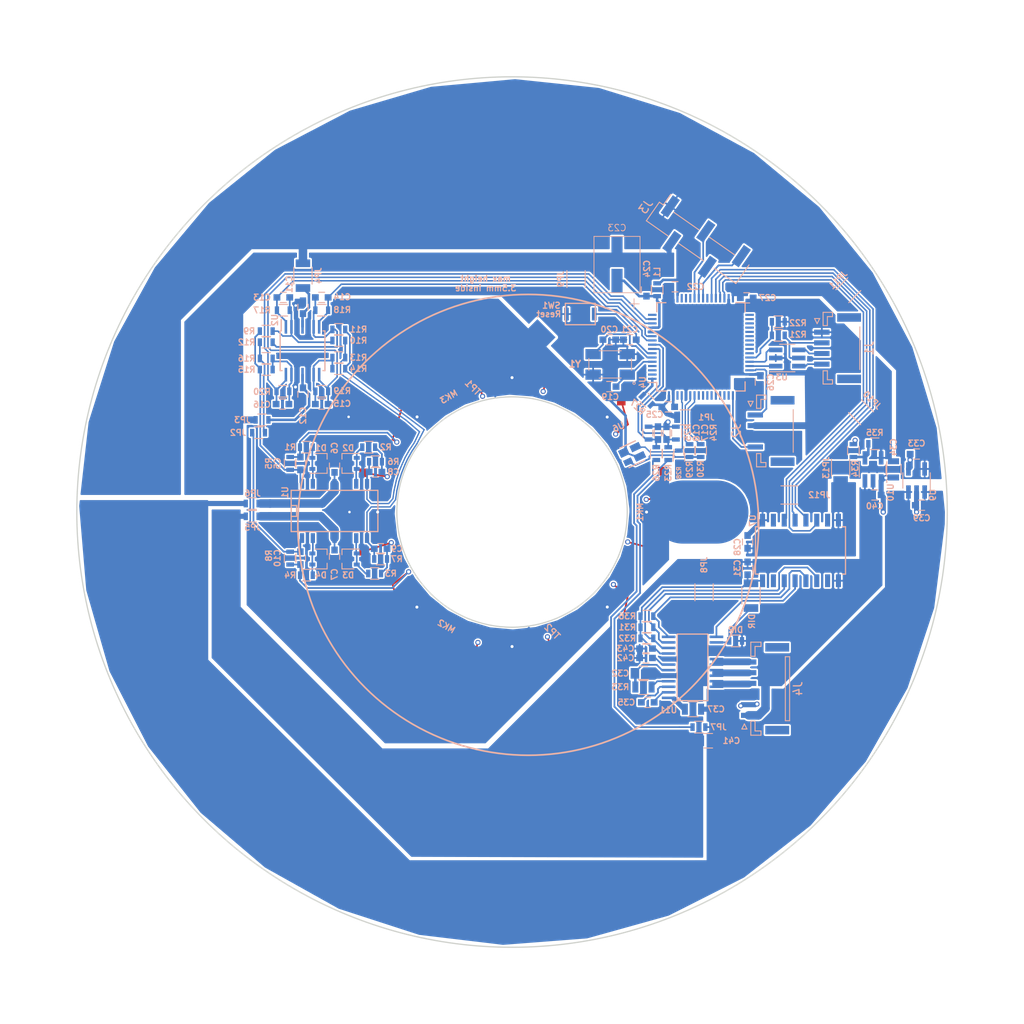
<source format=kicad_pcb>
(kicad_pcb (version 20171130) (host pcbnew "(2017-12-21 revision 7586afd53)-makepkg")
  (title_block (title "Field Mill") (date 2017-12-27) (rev A))
  (layers (0 F.Cu signal) (1 In1.Cu signal hide) (2 In2.Cu signal hide) (31 B.Cu signal hide) (34 B.Paste user) (35 F.Paste user) (36 B.SilkS user) (37 F.SilkS user) (38 B.Mask user hide) (39 F.Mask user hide) (44 Edge.Cuts user))
  (net 0 "")
  (net 1 GND)
  (net 2 "Net-(C10-Pad2)")
  (net 3 /a)
  (net 4 B+)
  (net 5 B-)
  (net 6 /b)
  (net 7 /c)
  (net 8 /d)
  (net 9 +1.8V)
  (net 10 -1.8V)
  (net 11 "Net-(C13-Pad2)")
  (net 12 "Net-(C13-Pad1)")
  (net 13 "Net-(C14-Pad1)")
  (net 14 "Net-(C14-Pad2)")
  (net 15 "Net-(C15-Pad2)")
  (net 16 "Net-(C15-Pad1)")
  (net 17 "Net-(C16-Pad1)")
  (net 18 "Net-(C16-Pad2)")
  (net 19 "Net-(C17-Pad2)")
  (net 20 "Net-(C18-Pad1)")
  (net 21 "Net-(C19-Pad1)")
  (net 22 "Net-(C20-Pad1)")
  (net 23 V3P3)
  (net 24 "Net-(J1-Pad4)")
  (net 25 "Net-(J1-Pad3)")
  (net 26 "Net-(J1-Pad2)")
  (net 27 "Net-(R21-Pad1)")
  (net 28 "Net-(R31-Pad2)")
  (net 29 "Net-(R32-Pad2)")
  (net 30 "Net-(U3-Pad3)")
  (net 31 "Net-(U3-Pad1)")
  (net 32 "Net-(C23-Pad1)")
  (net 33 "Net-(C32-Pad1)")
  (net 34 "Net-(C35-Pad1)")
  (net 35 "Net-(C35-Pad2)")
  (net 36 "Net-(C37-Pad1)")
  (net 37 "Net-(C42-Pad2)")
  (net 38 "Net-(R27-Pad2)")
  (net 39 "Net-(R28-Pad1)")
  (net 40 "Net-(R29-Pad1)")
  (net 41 "Net-(R33-Pad1)")
  (net 42 "Net-(R34-Pad1)")
  (net 43 "Net-(U4-Pad30)")
  (net 44 "Net-(U4-Pad29)")
  (net 45 "Net-(U4-Pad28)")
  (net 46 "Net-(U4-Pad27)")
  (net 47 "Net-(U11-Pad13)")
  (net 48 "Net-(J4-Pad4)")
  (net 49 "Net-(J4-Pad5)")
  (net 50 "Net-(J4-Pad6)")
  (net 51 "Net-(R36-Pad2)")
  (net 52 "Net-(C21-Pad1)")
  (net 53 "Net-(JP2-Pad2)")
  (net 54 "Net-(C11-Pad1)")
  (net 55 "Net-(C12-Pad1)")
  (net 56 "Net-(C6-Pad1)")
  (net 57 "Net-(C7-Pad1)")
  (net 58 "Net-(R37-Pad2)")
  (net 59 "Net-(C5-Pad2)")
  (net 60 "Net-(C8-Pad2)")
  (net 61 "Net-(C9-Pad2)")
  (net 62 "Net-(D1-Pad1)")
  (net 63 "Net-(D2-Pad1)")
  (net 64 "Net-(D3-Pad1)")
  (net 65 "Net-(D4-Pad1)")
  (net 66 "Net-(U4-Pad2)")
  (net 67 "Net-(U4-Pad3)")
  (net 68 "Net-(U4-Pad4)")
  (net 69 "Net-(U4-Pad16)")
  (net 70 "Net-(U4-Pad20)")
  (net 71 "Net-(U4-Pad21)")
  (net 72 "Net-(U4-Pad22)")
  (net 73 "Net-(U4-Pad26)")
  (net 74 "Net-(U4-Pad33)")
  (net 75 "Net-(U4-Pad34)")
  (net 76 "Net-(U4-Pad35)")
  (net 77 "Net-(U4-Pad36)")
  (net 78 "Net-(U4-Pad37)")
  (net 79 "Net-(U4-Pad38)")
  (net 80 "Net-(U4-Pad39)")
  (net 81 "Net-(U4-Pad40)")
  (net 82 "Net-(U4-Pad41)")
  (net 83 "Net-(U4-Pad42)")
  (net 84 "Net-(U4-Pad50)")
  (net 85 "Net-(U4-Pad51)")
  (net 86 "Net-(U4-Pad52)")
  (net 87 "Net-(U4-Pad53)")
  (net 88 "Net-(U4-Pad54)")
  (net 89 "Net-(U4-Pad55)")
  (net 90 "Net-(U4-Pad56)")
  (net 91 "Net-(U4-Pad62)")
  (net 92 "Net-(U7-Pad15)")
  (net 93 "Net-(U7-Pad10)")
  (net 94 "Net-(U7-Pad7)")
  (net 95 "Net-(U7-Pad2)")
  (net 96 "Net-(U4-Pad57)")
  (net 97 "Net-(J2-Pad1)")
  (net 98 "Net-(J2-Pad4)")
  (net 99 "Net-(J3-Pad4)")
  (net 100 "Net-(J3-Pad3)")
  (net 101 "Net-(R29-Pad2)")
  (net 102 "Net-(R30-Pad1)")
  (net 103 "Net-(J3-Pad5)")
  (module Resistors_SMD:R_0603 (layer B.Cu) (at 122.1 92.8 270)
    (fp_text reference R30 (at 2.15 0 270) (layer B.SilkS) (effects (font (size 0.7 0.7)) (justify mirror)))
    (fp_text value 180)
    (pad 2 smd rect (at 0.75 0 270) (size 0.5 0.9) (layers B.Cu B.Paste B.Mask) (net 101 "Net-(R29-Pad2)"))
    (pad 1 smd rect (at -0.75 0 270) (size 0.5 0.9) (layers B.Cu B.Paste B.Mask) (net 102 "Net-(R30-Pad1)"))
  )
  (module Resistors_SMD:R_0603 (layer B.Cu) (at 116 90.75 90)
    (fp_text reference R25 (at 0.05 4.6 90) (layer B.SilkS) (effects (font (size 0.7 0.7)) (justify mirror)))
    (fp_text value 1M)
    (pad 2 smd rect (at 0.75 0 90) (size 0.5 0.9) (layers B.Cu B.Paste B.Mask) (net 1 GND))
    (pad 1 smd rect (at -0.75 0 90) (size 0.5 0.9) (layers B.Cu B.Paste B.Mask) (net 20 "Net-(C18-Pad1)"))
  )
  (module "My footprints:SOT-23-6_Handsoldering" (layer B.Cu) (at 132.25 81.95)
    (fp_text reference U3 (at -0.65 2.25) (layer B.SilkS) (effects (font (size 0.7 0.7)) (justify mirror)))
    (fp_text value USBLC6-2)
    (pad 1 smd rect (at -1.35 0.95) (size 1.56 0.55) (layers B.Cu B.Paste B.Mask) (net 31 "Net-(U3-Pad1)"))
    (pad 2 smd rect (at -1.35 0) (size 1.56 0.55) (layers B.Cu B.Paste B.Mask) (net 10 -1.8V))
    (pad 3 smd rect (at -1.35 -0.95) (size 1.56 0.55) (layers B.Cu B.Paste B.Mask) (net 30 "Net-(U3-Pad3)"))
    (pad 4 smd rect (at 1.35 -0.95) (size 1.56 0.55) (layers B.Cu B.Paste B.Mask) (net 25 "Net-(J1-Pad3)"))
    (pad 6 smd rect (at 1.35 0.95) (size 1.56 0.55) (layers B.Cu B.Paste B.Mask) (net 24 "Net-(J1-Pad4)"))
    (pad 5 smd rect (at 1.35 0) (size 1.56 0.55) (layers B.Cu B.Paste B.Mask) (net 26 "Net-(J1-Pad2)"))
  )
  (module Resistors_SMD:R_0603 (layer B.Cu) (at 70.3 90.7)
    (fp_text reference JP2 (at -2.4 0) (layer B.SilkS) (effects (font (size 0.7 0.7)) (justify mirror)))
    (fp_text value "0603 hop")
    (pad 2 smd rect (at 0.75 0) (size 0.5 0.9) (layers B.Cu B.Paste B.Mask) (net 53 "Net-(JP2-Pad2)"))
    (pad 1 smd rect (at -0.75 0) (size 0.5 0.9) (layers B.Cu B.Paste B.Mask) (net 8 /d))
  )
  (module Housings_QFP:LQFP-64_10x10mm_Pitch0.5mm (layer B.Cu) (at 122.13326 80.641674)
    (fp_text reference U4 (at -6.83326 4.158326 90) (layer B.SilkS) (effects (font (size 0.7 0.7)) (justify mirror)))
    (fp_text value STM32L496RxT)
    (pad 1 smd rect (at -5.7 3.75) (size 1 0.25) (layers B.Cu B.Paste B.Mask) (net 38 "Net-(R27-Pad2)"))
    (pad 2 smd rect (at -5.7 3.25) (size 1 0.25) (layers B.Cu B.Paste B.Mask) (net 66 "Net-(U4-Pad2)"))
    (pad 3 smd rect (at -5.7 2.75) (size 1 0.25) (layers B.Cu B.Paste B.Mask) (net 67 "Net-(U4-Pad3)"))
    (pad 4 smd rect (at -5.7 2.25) (size 1 0.25) (layers B.Cu B.Paste B.Mask) (net 68 "Net-(U4-Pad4)"))
    (pad 5 smd rect (at -5.7 1.75) (size 1 0.25) (layers B.Cu B.Paste B.Mask) (net 21 "Net-(C19-Pad1)"))
    (pad 6 smd rect (at -5.7 1.25) (size 1 0.25) (layers B.Cu B.Paste B.Mask) (net 22 "Net-(C20-Pad1)"))
    (pad 7 smd rect (at -5.7 0.75) (size 1 0.25) (layers B.Cu B.Paste B.Mask) (net 52 "Net-(C21-Pad1)"))
    (pad 8 smd rect (at -5.7 0.25) (size 1 0.25) (layers B.Cu B.Paste B.Mask) (net 20 "Net-(C18-Pad1)"))
    (pad 9 smd rect (at -5.7 -0.25) (size 1 0.25) (layers B.Cu B.Paste B.Mask) (net 19 "Net-(C17-Pad2)"))
    (pad 10 smd rect (at -5.7 -0.75) (size 1 0.25) (layers B.Cu B.Paste B.Mask) (net 13 "Net-(C14-Pad1)"))
    (pad 11 smd rect (at -5.7 -1.25) (size 1 0.25) (layers B.Cu B.Paste B.Mask) (net 12 "Net-(C13-Pad1)"))
    (pad 12 smd rect (at -5.7 -1.75) (size 1 0.25) (layers B.Cu B.Paste B.Mask) (net 10 -1.8V))
    (pad 13 smd rect (at -5.7 -2.25) (size 1 0.25) (layers B.Cu B.Paste B.Mask) (net 32 "Net-(C23-Pad1)"))
    (pad 14 smd rect (at -5.7 -2.75) (size 1 0.25) (layers B.Cu B.Paste B.Mask) (net 16 "Net-(C15-Pad1)"))
    (pad 15 smd rect (at -5.7 -3.25) (size 1 0.25) (layers B.Cu B.Paste B.Mask) (net 17 "Net-(C16-Pad1)"))
    (pad 16 smd rect (at -5.7 -3.75) (size 1 0.25) (layers B.Cu B.Paste B.Mask) (net 69 "Net-(U4-Pad16)"))
    (pad 17 smd rect (at -3.75 -5.7 270) (size 1 0.25) (layers B.Cu B.Paste B.Mask) (net 10 -1.8V))
    (pad 18 smd rect (at -3.25 -5.7 270) (size 1 0.25) (layers B.Cu B.Paste B.Mask) (net 10 -1.8V))
    (pad 19 smd rect (at -2.75 -5.7 270) (size 1 0.25) (layers B.Cu B.Paste B.Mask) (net 9 +1.8V))
    (pad 20 smd rect (at -2.25 -5.7 270) (size 1 0.25) (layers B.Cu B.Paste B.Mask) (net 70 "Net-(U4-Pad20)"))
    (pad 21 smd rect (at -1.75 -5.7 270) (size 1 0.25) (layers B.Cu B.Paste B.Mask) (net 71 "Net-(U4-Pad21)"))
    (pad 22 smd rect (at -1.25 -5.7 270) (size 1 0.25) (layers B.Cu B.Paste B.Mask) (net 72 "Net-(U4-Pad22)"))
    (pad 23 smd rect (at -0.75 -5.7 270) (size 1 0.25) (layers B.Cu B.Paste B.Mask) (net 100 "Net-(J3-Pad3)"))
    (pad 24 smd rect (at -0.25 -5.7 270) (size 1 0.25) (layers B.Cu B.Paste B.Mask) (net 99 "Net-(J3-Pad4)"))
    (pad 25 smd rect (at 0.25 -5.7 270) (size 1 0.25) (layers B.Cu B.Paste B.Mask) (net 103 "Net-(J3-Pad5)"))
    (pad 26 smd rect (at 0.75 -5.7 270) (size 1 0.25) (layers B.Cu B.Paste B.Mask) (net 73 "Net-(U4-Pad26)"))
    (pad 27 smd rect (at 1.25 -5.7 270) (size 1 0.25) (layers B.Cu B.Paste B.Mask) (net 46 "Net-(U4-Pad27)"))
    (pad 28 smd rect (at 1.75 -5.7 270) (size 1 0.25) (layers B.Cu B.Paste B.Mask) (net 45 "Net-(U4-Pad28)"))
    (pad 29 smd rect (at 2.25 -5.7 270) (size 1 0.25) (layers B.Cu B.Paste B.Mask) (net 44 "Net-(U4-Pad29)"))
    (pad 30 smd rect (at 2.75 -5.7 270) (size 1 0.25) (layers B.Cu B.Paste B.Mask) (net 43 "Net-(U4-Pad30)"))
    (pad 31 smd rect (at 3.25 -5.7 270) (size 1 0.25) (layers B.Cu B.Paste B.Mask) (net 10 -1.8V))
    (pad 32 smd rect (at 3.75 -5.7 270) (size 1 0.25) (layers B.Cu B.Paste B.Mask) (net 9 +1.8V))
    (pad 33 smd rect (at 5.7 -3.75) (size 1 0.25) (layers B.Cu B.Paste B.Mask) (net 74 "Net-(U4-Pad33)"))
    (pad 34 smd rect (at 5.7 -3.25) (size 1 0.25) (layers B.Cu B.Paste B.Mask) (net 75 "Net-(U4-Pad34)"))
    (pad 35 smd rect (at 5.7 -2.75) (size 1 0.25) (layers B.Cu B.Paste B.Mask) (net 76 "Net-(U4-Pad35)"))
    (pad 36 smd rect (at 5.7 -2.25) (size 1 0.25) (layers B.Cu B.Paste B.Mask) (net 77 "Net-(U4-Pad36)"))
    (pad 37 smd rect (at 5.7 -1.75) (size 1 0.25) (layers B.Cu B.Paste B.Mask) (net 78 "Net-(U4-Pad37)"))
    (pad 38 smd rect (at 5.7 -1.25) (size 1 0.25) (layers B.Cu B.Paste B.Mask) (net 79 "Net-(U4-Pad38)"))
    (pad 39 smd rect (at 5.7 -0.75) (size 1 0.25) (layers B.Cu B.Paste B.Mask) (net 80 "Net-(U4-Pad39)"))
    (pad 40 smd rect (at 5.7 -0.25) (size 1 0.25) (layers B.Cu B.Paste B.Mask) (net 81 "Net-(U4-Pad40)"))
    (pad 41 smd rect (at 5.7 0.25) (size 1 0.25) (layers B.Cu B.Paste B.Mask) (net 82 "Net-(U4-Pad41)"))
    (pad 42 smd rect (at 5.7 0.75) (size 1 0.25) (layers B.Cu B.Paste B.Mask) (net 83 "Net-(U4-Pad42)"))
    (pad 43 smd rect (at 5.7 1.25) (size 1 0.25) (layers B.Cu B.Paste B.Mask) (net 27 "Net-(R21-Pad1)"))
    (pad 44 smd rect (at 5.7 1.75) (size 1 0.25) (layers B.Cu B.Paste B.Mask) (net 30 "Net-(U3-Pad3)"))
    (pad 45 smd rect (at 5.7 2.25) (size 1 0.25) (layers B.Cu B.Paste B.Mask) (net 31 "Net-(U3-Pad1)"))
    (pad 46 smd rect (at 5.7 2.75) (size 1 0.25) (layers B.Cu B.Paste B.Mask) (net 97 "Net-(J2-Pad1)"))
    (pad 47 smd rect (at 5.7 3.25) (size 1 0.25) (layers B.Cu B.Paste B.Mask) (net 10 -1.8V))
    (pad 48 smd rect (at 5.7 3.75) (size 1 0.25) (layers B.Cu B.Paste B.Mask) (net 9 +1.8V))
    (pad 49 smd rect (at 3.75 5.7 270) (size 1 0.25) (layers B.Cu B.Paste B.Mask) (net 98 "Net-(J2-Pad4)"))
    (pad 50 smd rect (at 3.25 5.7 270) (size 1 0.25) (layers B.Cu B.Paste B.Mask) (net 84 "Net-(U4-Pad50)"))
    (pad 51 smd rect (at 2.75 5.7 270) (size 1 0.25) (layers B.Cu B.Paste B.Mask) (net 85 "Net-(U4-Pad51)"))
    (pad 52 smd rect (at 2.25 5.7 270) (size 1 0.25) (layers B.Cu B.Paste B.Mask) (net 86 "Net-(U4-Pad52)"))
    (pad 53 smd rect (at 1.75 5.7 270) (size 1 0.25) (layers B.Cu B.Paste B.Mask) (net 87 "Net-(U4-Pad53)"))
    (pad 54 smd rect (at 1.25 5.7 270) (size 1 0.25) (layers B.Cu B.Paste B.Mask) (net 88 "Net-(U4-Pad54)"))
    (pad 55 smd rect (at 0.75 5.7 270) (size 1 0.25) (layers B.Cu B.Paste B.Mask) (net 89 "Net-(U4-Pad55)"))
    (pad 56 smd rect (at 0.25 5.7 270) (size 1 0.25) (layers B.Cu B.Paste B.Mask) (net 90 "Net-(U4-Pad56)"))
    (pad 57 smd rect (at -0.25 5.7 270) (size 1 0.25) (layers B.Cu B.Paste B.Mask) (net 96 "Net-(U4-Pad57)"))
    (pad 58 smd rect (at -0.75 5.7 270) (size 1 0.25) (layers B.Cu B.Paste B.Mask) (net 102 "Net-(R30-Pad1)"))
    (pad 59 smd rect (at -1.25 5.7 270) (size 1 0.25) (layers B.Cu B.Paste B.Mask) (net 40 "Net-(R29-Pad1)"))
    (pad 60 smd rect (at -1.75 5.7 270) (size 1 0.25) (layers B.Cu B.Paste B.Mask) (net 10 -1.8V))
    (pad 61 smd rect (at -2.25 5.7 270) (size 1 0.25) (layers B.Cu B.Paste B.Mask) (net 39 "Net-(R28-Pad1)"))
    (pad 62 smd rect (at -2.75 5.7 270) (size 1 0.25) (layers B.Cu B.Paste B.Mask) (net 91 "Net-(U4-Pad62)"))
    (pad 63 smd rect (at -3.25 5.7 270) (size 1 0.25) (layers B.Cu B.Paste B.Mask) (net 10 -1.8V))
    (pad 64 smd rect (at -3.75 5.7 270) (size 1 0.25) (layers B.Cu B.Paste B.Mask) (net 9 +1.8V))
  )
  (module Resistors_SMD:R_0603 (layer B.Cu) (at 77.7 85.85 180)
    (fp_text reference R19 (at -2.4 0.05 180) (layer B.SilkS) (effects (font (size 0.7 0.7)) (justify mirror)))
    (fp_text value 3k)
    (pad 2 smd rect (at 0.75 0 180) (size 0.5 0.9) (layers B.Cu B.Paste B.Mask) (net 15 "Net-(C15-Pad2)"))
    (pad 1 smd rect (at -0.75 0 180) (size 0.5 0.9) (layers B.Cu B.Paste B.Mask) (net 16 "Net-(C15-Pad1)"))
  )
  (module "My footprints:Wurth_9771050360R" (layer B.Cu) (at 89 119.05256 330)
    (fp_text reference MK2 (at 0.031604 -6.545261 330) (layer B.SilkS) (effects (font (size 0.7 0.7)) (justify mirror)))
    (fp_text value "Mounting holes" hide)
    (pad 1 smd oval (at 0 0 330) (size 7.4 11.4) (layers B.Cu B.Paste B.Mask) (net 1 GND))
    (pad "" np_thru_hole oval (at 0 0 330) (size 0 0) (drill oval 1 5) (layers *.Cu))
  )
  (module "My footprints:Wurth_9771050360R" (layer B.Cu) (at 122 100 90)
    (fp_text reference MK1 (at 0 -7 90) (layer B.SilkS) (effects (font (size 0.7 0.7)) (justify mirror)))
    (fp_text value "Mounting holes" hide)
    (pad "" np_thru_hole oval (at 0 0 90) (size 0 0) (drill oval 1 5) (layers *.Cu))
    (pad 1 smd oval (at 0 0 90) (size 7.4 11.4) (layers B.Cu B.Paste B.Mask) (net 1 GND))
  )
  (module "My footprints:Wurth_9771050360R" (layer B.Cu) (at 89 80.94744 30)
    (fp_text reference MK3 (at 0.341411 6.608658 30) (layer B.SilkS) (effects (font (size 0.7 0.7)) (justify mirror)))
    (fp_text value "Mounting holes" hide)
    (pad 1 smd oval (at 0 0 30) (size 7.4 11.4) (layers B.Cu B.Paste B.Mask) (net 1 GND))
    (pad "" np_thru_hole oval (at 0 0 30) (size 0 0) (drill oval 1 5) (layers *.Cu))
  )
  (module "My footprints:brush_pad" (layer B.Cu) (at 100.5 82 315)
    (fp_text reference TP1 (at -1.202082 6.010408 315) (layer B.SilkS) (effects (font (size 0.762 0.762)) (justify mirror)))
    (fp_text value "Brush pads" hide)
    (pad 1 smd rect (at 0 0 315) (size 3 10) (layers B.Cu B.Paste B.Mask) (net 1 GND))
  )
  (module "My footprints:brush_pad" (layer B.Cu) (at 99.5 118 315)
    (fp_text reference TP2 (at 0.848528 -6.505382 315) (layer B.SilkS) (effects (font (size 0.762 0.762)) (justify mirror)))
    (fp_text value "Brush pad" hide)
    (pad 1 smd rect (at 0 0 315) (size 3 10) (layers B.Cu B.Paste B.Mask) (net 1 GND))
  )
  (module Capacitors_SMD:C_0603 (layer B.Cu) (at 75.2 94.3 90)
    (fp_text reference C5 (at 0 -2.7 90) (layer B.SilkS) (effects (font (size 0.7 0.7)) (justify mirror)))
    (fp_text value 220p)
    (pad 1 smd rect (at -0.75 0 90) (size 0.8 0.75) (layers B.Cu B.Paste B.Mask) (net 3 /a))
    (pad 2 smd rect (at 0.75 0 90) (size 0.8 0.75) (layers B.Cu B.Paste B.Mask) (net 59 "Net-(C5-Pad2)"))
  )
  (module Capacitors_SMD:C_0603 (layer B.Cu) (at 79.2 94.6 90)
    (fp_text reference C6 (at 2.1 0 270) (layer B.SilkS) (effects (font (size 0.7 0.7)) (justify mirror)))
    (fp_text value 100n)
    (pad 2 smd rect (at 0.75 0 90) (size 0.8 0.75) (layers B.Cu B.Paste B.Mask) (net 1 GND))
    (pad 1 smd rect (at -0.75 0 90) (size 0.8 0.75) (layers B.Cu B.Paste B.Mask) (net 56 "Net-(C6-Pad1)"))
  )
  (module Capacitors_SMD:C_0603 (layer B.Cu) (at 79.2 105.2 270)
    (fp_text reference C7 (at 2.1 0 90) (layer B.SilkS) (effects (font (size 0.7 0.7)) (justify mirror)))
    (fp_text value 100n)
    (pad 1 smd rect (at -0.75 0 270) (size 0.8 0.75) (layers B.Cu B.Paste B.Mask) (net 57 "Net-(C7-Pad1)"))
    (pad 2 smd rect (at 0.75 0 270) (size 0.8 0.75) (layers B.Cu B.Paste B.Mask) (net 1 GND))
  )
  (module Capacitors_SMD:C_0603 (layer B.Cu) (at 84 95.3)
    (fp_text reference C8 (at 2.1 0) (layer B.SilkS) (effects (font (size 0.7 0.7)) (justify mirror)))
    (fp_text value 220p)
    (pad 1 smd rect (at -0.75 0) (size 0.8 0.75) (layers B.Cu B.Paste B.Mask) (net 6 /b))
    (pad 2 smd rect (at 0.75 0) (size 0.8 0.75) (layers B.Cu B.Paste B.Mask) (net 60 "Net-(C8-Pad2)"))
  )
  (module Capacitors_SMD:C_0603 (layer B.Cu) (at 84.6 104.3)
    (fp_text reference C9 (at 1.9 0) (layer B.SilkS) (effects (font (size 0.7 0.7)) (justify mirror)))
    (fp_text value 220p)
    (pad 2 smd rect (at 0.75 0) (size 0.8 0.75) (layers B.Cu B.Paste B.Mask) (net 61 "Net-(C9-Pad2)"))
    (pad 1 smd rect (at -0.75 0) (size 0.8 0.75) (layers B.Cu B.Paste B.Mask) (net 7 /c))
  )
  (module Capacitors_SMD:C_0603 (layer B.Cu) (at 75.2 105.4 270)
    (fp_text reference C10 (at 0 2.7 270) (layer B.SilkS) (effects (font (size 0.7 0.7)) (justify mirror)))
    (fp_text value 220p)
    (pad 1 smd rect (at -0.75 0 270) (size 0.8 0.75) (layers B.Cu B.Paste B.Mask) (net 8 /d))
    (pad 2 smd rect (at 0.75 0 270) (size 0.8 0.75) (layers B.Cu B.Paste B.Mask) (net 2 "Net-(C10-Pad2)"))
  )
  (module Capacitors_SMD:C_0603 (layer B.Cu) (at 75.5 76 90)
    (fp_text reference C11 (at 2.7 -1.6 90) (layer B.SilkS) (effects (font (size 0.7 0.7)) (justify mirror)))
    (fp_text value 100n)
    (pad 1 smd rect (at -0.75 0 90) (size 0.8 0.75) (layers B.Cu B.Paste B.Mask) (net 54 "Net-(C11-Pad1)"))
    (pad 2 smd rect (at 0.75 0 90) (size 0.8 0.75) (layers B.Cu B.Paste B.Mask) (net 1 GND))
  )
  (module Capacitors_SMD:C_0603 (layer B.Cu) (at 75.5 86.2 270)
    (fp_text reference C12 (at 2.5 0 270) (layer B.SilkS) (effects (font (size 0.7 0.7)) (justify mirror)))
    (fp_text value 100n)
    (pad 2 smd rect (at 0.75 0 270) (size 0.8 0.75) (layers B.Cu B.Paste B.Mask) (net 1 GND))
    (pad 1 smd rect (at -0.75 0 270) (size 0.8 0.75) (layers B.Cu B.Paste B.Mask) (net 55 "Net-(C12-Pad1)"))
  )
  (module Capacitors_SMD:C_0603 (layer B.Cu) (at 73.2 74.85)
    (fp_text reference C13 (at -2.5 0) (layer B.SilkS) (effects (font (size 0.7 0.7)) (justify mirror)))
    (fp_text value 10n)
    (pad 2 smd rect (at 0.75 0) (size 0.8 0.75) (layers B.Cu B.Paste B.Mask) (net 11 "Net-(C13-Pad2)"))
    (pad 1 smd rect (at -0.75 0) (size 0.8 0.75) (layers B.Cu B.Paste B.Mask) (net 12 "Net-(C13-Pad1)"))
  )
  (module Capacitors_SMD:C_0603 (layer B.Cu) (at 77.7 74.85 180)
    (fp_text reference C14 (at -2.4 0.05 180) (layer B.SilkS) (effects (font (size 0.7 0.7)) (justify mirror)))
    (fp_text value 10n)
    (pad 1 smd rect (at -0.75 0 180) (size 0.8 0.75) (layers B.Cu B.Paste B.Mask) (net 13 "Net-(C14-Pad1)"))
    (pad 2 smd rect (at 0.75 0 180) (size 0.8 0.75) (layers B.Cu B.Paste B.Mask) (net 14 "Net-(C14-Pad2)"))
  )
  (module Capacitors_SMD:C_0603 (layer B.Cu) (at 77.7 87.35 180)
    (fp_text reference C15 (at -2.4 0.05 180) (layer B.SilkS) (effects (font (size 0.7 0.7)) (justify mirror)))
    (fp_text value 10n)
    (pad 2 smd rect (at 0.75 0 180) (size 0.8 0.75) (layers B.Cu B.Paste B.Mask) (net 15 "Net-(C15-Pad2)"))
    (pad 1 smd rect (at -0.75 0 180) (size 0.8 0.75) (layers B.Cu B.Paste B.Mask) (net 16 "Net-(C15-Pad1)"))
  )
  (module Capacitors_SMD:C_0603 (layer B.Cu) (at 73.1 87.35)
    (fp_text reference C16 (at -2.4 0.05) (layer B.SilkS) (effects (font (size 0.7 0.7)) (justify mirror)))
    (fp_text value 10n)
    (pad 1 smd rect (at -0.75 0) (size 0.8 0.75) (layers B.Cu B.Paste B.Mask) (net 17 "Net-(C16-Pad1)"))
    (pad 2 smd rect (at 0.75 0) (size 0.8 0.75) (layers B.Cu B.Paste B.Mask) (net 18 "Net-(C16-Pad2)"))
  )
  (module Capacitors_SMD:C_0603 (layer B.Cu) (at 118.1 90.75 270)
    (fp_text reference C17 (at -0.05 -4.5 90) (layer B.SilkS) (effects (font (size 0.7 0.7)) (justify mirror)))
    (fp_text value 100n)
    (pad 1 smd rect (at -0.75 0 270) (size 0.8 0.75) (layers B.Cu B.Paste B.Mask) (net 1 GND))
    (pad 2 smd rect (at 0.75 0 270) (size 0.8 0.75) (layers B.Cu B.Paste B.Mask) (net 19 "Net-(C17-Pad2)"))
  )
  (module Capacitors_SMD:C_0603 (layer B.Cu) (at 117.1 90.75 90)
    (fp_text reference C18 (at 0.05 4.5 270) (layer B.SilkS) (effects (font (size 0.7 0.7)) (justify mirror)))
    (fp_text value 100n)
    (pad 2 smd rect (at 0.75 0 90) (size 0.8 0.75) (layers B.Cu B.Paste B.Mask) (net 1 GND))
    (pad 1 smd rect (at -0.75 0 90) (size 0.8 0.75) (layers B.Cu B.Paste B.Mask) (net 20 "Net-(C18-Pad1)"))
  )
  (module Capacitors_SMD:C_0603 (layer B.Cu) (at 111.43326 85.3 180)
    (fp_text reference C19 (at -0.06674 -1.2 180) (layer B.SilkS) (effects (font (size 0.7 0.7)) (justify mirror)))
    (fp_text value 10p)
    (pad 1 smd rect (at -0.75 0 180) (size 0.8 0.75) (layers B.Cu B.Paste B.Mask) (net 21 "Net-(C19-Pad1)"))
    (pad 2 smd rect (at 0.75 0 180) (size 0.8 0.75) (layers B.Cu B.Paste B.Mask) (net 10 -1.8V))
  )
  (module Capacitors_SMD:C_0603 (layer B.Cu) (at 111.4 79.8)
    (fp_text reference C20 (at 0 -1.2) (layer B.SilkS) (effects (font (size 0.7 0.7)) (justify mirror)))
    (fp_text value 10p)
    (pad 1 smd rect (at -0.75 0) (size 0.8 0.75) (layers B.Cu B.Paste B.Mask) (net 22 "Net-(C20-Pad1)"))
    (pad 2 smd rect (at 0.75 0) (size 0.8 0.75) (layers B.Cu B.Paste B.Mask) (net 10 -1.8V))
  )
  (module Capacitors_SMD:C_0603 (layer B.Cu) (at 113.8 79.8 180)
    (fp_text reference C21 (at 0.05 1.2 180) (layer B.SilkS) (effects (font (size 0.7 0.7)) (justify mirror)))
    (fp_text value 100n)
    (pad 2 smd rect (at 0.75 0 180) (size 0.8 0.75) (layers B.Cu B.Paste B.Mask) (net 10 -1.8V))
    (pad 1 smd rect (at -0.75 0 180) (size 0.8 0.75) (layers B.Cu B.Paste B.Mask) (net 52 "Net-(C21-Pad1)"))
  )
  (module Capacitors_SMD:C_0603 (layer B.Cu) (at 119.1 73.6 180)
    (fp_text reference C22 (at -2.4 0 180) (layer B.SilkS) (effects (font (size 0.7 0.7)) (justify mirror)))
    (fp_text value 100n)
    (pad 1 smd rect (at -0.75 0 180) (size 0.8 0.75) (layers B.Cu B.Paste B.Mask) (net 9 +1.8V))
    (pad 2 smd rect (at 0.75 0 180) (size 0.8 0.75) (layers B.Cu B.Paste B.Mask) (net 10 -1.8V))
  )
  (module Capacitors_SMD:C_0603 (layer B.Cu) (at 115.75 73.95 90)
    (fp_text reference C24 (at 2.45 0.05 90) (layer B.SilkS) (effects (font (size 0.7 0.7)) (justify mirror)))
    (fp_text value 100n)
    (pad 1 smd rect (at -0.75 0 90) (size 0.8 0.75) (layers B.Cu B.Paste B.Mask) (net 32 "Net-(C23-Pad1)"))
    (pad 2 smd rect (at 0.75 0 90) (size 0.8 0.75) (layers B.Cu B.Paste B.Mask) (net 10 -1.8V))
  )
  (module Capacitors_SMD:C_0603 (layer B.Cu) (at 118.3 87.675)
    (fp_text reference C25 (at -1.6 0.9) (layer B.SilkS) (effects (font (size 0.7 0.7)) (justify mirror)))
    (fp_text value 100n)
    (pad 1 smd rect (at -0.75 0) (size 0.8 0.75) (layers B.Cu B.Paste B.Mask) (net 9 +1.8V))
    (pad 2 smd rect (at 0.75 0) (size 0.8 0.75) (layers B.Cu B.Paste B.Mask) (net 10 -1.8V))
  )
  (module Capacitors_SMD:C_0603 (layer B.Cu) (at 127.5 74.9)
    (fp_text reference C27 (at 2.45 0) (layer B.SilkS) (effects (font (size 0.7 0.7)) (justify mirror)))
    (fp_text value 100n)
    (pad 2 smd rect (at 0.75 0) (size 0.8 0.75) (layers B.Cu B.Paste B.Mask) (net 10 -1.8V))
    (pad 1 smd rect (at -0.75 0) (size 0.8 0.75) (layers B.Cu B.Paste B.Mask) (net 9 +1.8V))
  )
  (module Capacitors_SMD:C_0603 (layer B.Cu) (at 127.6 103.5 90)
    (fp_text reference C28 (at -0.6 -1.2 90) (layer B.SilkS) (effects (font (size 0.7 0.7)) (justify mirror)))
    (fp_text value 100n)
    (pad 2 smd rect (at 0.75 0 90) (size 0.8 0.75) (layers B.Cu B.Paste B.Mask) (net 9 +1.8V))
    (pad 1 smd rect (at -0.75 0 90) (size 0.8 0.75) (layers B.Cu B.Paste B.Mask) (net 10 -1.8V))
  )
  (module Capacitors_SMD:C_0603 (layer B.Cu) (at 127.6 106.6 270)
    (fp_text reference C31 (at 0 1.2 270) (layer B.SilkS) (effects (font (size 0.7 0.7)) (justify mirror)))
    (fp_text value 100n)
    (pad 1 smd rect (at -0.75 0 270) (size 0.8 0.75) (layers B.Cu B.Paste B.Mask) (net 5 B-))
    (pad 2 smd rect (at 0.75 0 270) (size 0.8 0.75) (layers B.Cu B.Paste B.Mask) (net 23 V3P3))
  )
  (module Capacitors_SMD:C_0603 (layer B.Cu) (at 147.4 93.2)
    (fp_text reference C33 (at 0 -1.25) (layer B.SilkS) (effects (font (size 0.7 0.7)) (justify mirror)))
    (fp_text value 2.2u)
    (pad 2 smd rect (at 0.75 0) (size 0.8 0.75) (layers B.Cu B.Paste B.Mask) (net 9 +1.8V))
    (pad 1 smd rect (at -0.75 0) (size 0.8 0.75) (layers B.Cu B.Paste B.Mask) (net 1 GND))
  )
  (module Capacitors_SMD:C_0603 (layer B.Cu) (at 148 99.2)
    (fp_text reference C39 (at 0 1.5) (layer B.SilkS) (effects (font (size 0.7 0.7)) (justify mirror)))
    (fp_text value 1u)
    (pad 2 smd rect (at 0.75 0) (size 0.8 0.75) (layers B.Cu B.Paste B.Mask) (net 4 B+))
    (pad 1 smd rect (at -0.75 0) (size 0.8 0.75) (layers B.Cu B.Paste B.Mask) (net 1 GND))
  )
  (module Connectors_JST:JST_GH_SM04B-GHS-TB_04x1.25mm_Angled (layer B.Cu) (at 137.9 80.8 270)
    (fp_text reference J1 (at 0 -3.95 270) (layer B.SilkS) (effects (justify mirror)))
    (fp_text value "USB debug")
    (pad 1 smd rect (at -1.875 1.6 270) (size 0.6 1.8) (layers B.Cu B.Paste B.Mask) (net 10 -1.8V))
    (pad 2 smd rect (at -0.625 1.6 270) (size 0.6 1.8) (layers B.Cu B.Paste B.Mask) (net 26 "Net-(J1-Pad2)"))
    (pad 3 smd rect (at 0.625 1.6 270) (size 0.6 1.8) (layers B.Cu B.Paste B.Mask) (net 25 "Net-(J1-Pad3)"))
    (pad 4 smd rect (at 1.875 1.6 270) (size 0.6 1.8) (layers B.Cu B.Paste B.Mask) (net 24 "Net-(J1-Pad4)"))
    (pad "" smd rect (at 3.6 -1.6 270) (size 1 2.8) (layers B.Cu B.Paste B.Mask))
    (pad "" smd rect (at -3.6 -1.6 270) (size 1 2.8) (layers B.Cu B.Paste B.Mask))
  )
  (module Resistors_SMD:R_0603 (layer B.Cu) (at 75.9 92.4 180)
    (fp_text reference R1 (at 1.9 0 180) (layer B.SilkS) (effects (font (size 0.7 0.7)) (justify mirror)))
    (fp_text value 47k)
    (pad 2 smd rect (at 0.75 0 180) (size 0.5 0.9) (layers B.Cu B.Paste B.Mask) (net 59 "Net-(C5-Pad2)"))
    (pad 1 smd rect (at -0.75 0 180) (size 0.5 0.9) (layers B.Cu B.Paste B.Mask) (net 62 "Net-(D1-Pad1)"))
  )
  (module Resistors_SMD:R_0603 (layer B.Cu) (at 83.2 92.4)
    (fp_text reference R2 (at 2 0 180) (layer B.SilkS) (effects (font (size 0.7 0.7)) (justify mirror)))
    (fp_text value 47k)
    (pad 1 smd rect (at -0.75 0) (size 0.5 0.9) (layers B.Cu B.Paste B.Mask) (net 63 "Net-(D2-Pad1)"))
    (pad 2 smd rect (at 0.75 0) (size 0.5 0.9) (layers B.Cu B.Paste B.Mask) (net 60 "Net-(C8-Pad2)"))
  )
  (module Resistors_SMD:R_0603 (layer B.Cu) (at 83.9 107.2)
    (fp_text reference R3 (at 1.9 0 -180) (layer B.SilkS) (effects (font (size 0.7 0.7)) (justify mirror)))
    (fp_text value 47k)
    (pad 2 smd rect (at 0.75 0) (size 0.5 0.9) (layers B.Cu B.Paste B.Mask) (net 61 "Net-(C9-Pad2)"))
    (pad 1 smd rect (at -0.75 0) (size 0.5 0.9) (layers B.Cu B.Paste B.Mask) (net 64 "Net-(D3-Pad1)"))
  )
  (module Resistors_SMD:R_0603 (layer B.Cu) (at 75.9 107.4 180)
    (fp_text reference R4 (at 1.9 0 180) (layer B.SilkS) (effects (font (size 0.7 0.7)) (justify mirror)))
    (fp_text value 47k)
    (pad 1 smd rect (at -0.75 0 180) (size 0.5 0.9) (layers B.Cu B.Paste B.Mask) (net 65 "Net-(D4-Pad1)"))
    (pad 2 smd rect (at 0.75 0 180) (size 0.5 0.9) (layers B.Cu B.Paste B.Mask) (net 2 "Net-(C10-Pad2)"))
  )
  (module Resistors_SMD:R_0603 (layer B.Cu) (at 74 94.3 90)
    (fp_text reference R5 (at 0 -2.5 90) (layer B.SilkS) (effects (font (size 0.7 0.7)) (justify mirror)))
    (fp_text value 47M)
    (pad 2 smd rect (at 0.75 0 90) (size 0.5 0.9) (layers B.Cu B.Paste B.Mask) (net 59 "Net-(C5-Pad2)"))
    (pad 1 smd rect (at -0.75 0 90) (size 0.5 0.9) (layers B.Cu B.Paste B.Mask) (net 3 /a))
  )
  (module Resistors_SMD:R_0603 (layer B.Cu) (at 84 94.1)
    (fp_text reference R6 (at 2.1 0) (layer B.SilkS) (effects (font (size 0.7 0.7)) (justify mirror)))
    (fp_text value 47M)
    (pad 1 smd rect (at -0.75 0) (size 0.5 0.9) (layers B.Cu B.Paste B.Mask) (net 6 /b))
    (pad 2 smd rect (at 0.75 0) (size 0.5 0.9) (layers B.Cu B.Paste B.Mask) (net 60 "Net-(C8-Pad2)"))
  )
  (module Resistors_SMD:R_0603 (layer B.Cu) (at 84.6 105.5)
    (fp_text reference R7 (at 1.9 0) (layer B.SilkS) (effects (font (size 0.7 0.7)) (justify mirror)))
    (fp_text value 47M)
    (pad 1 smd rect (at -0.75 0) (size 0.5 0.9) (layers B.Cu B.Paste B.Mask) (net 7 /c))
    (pad 2 smd rect (at 0.75 0) (size 0.5 0.9) (layers B.Cu B.Paste B.Mask) (net 61 "Net-(C9-Pad2)"))
  )
  (module Resistors_SMD:R_0603 (layer B.Cu) (at 74 105.4 270)
    (fp_text reference R8 (at -0.3 2.5 270) (layer B.SilkS) (effects (font (size 0.7 0.7)) (justify mirror)))
    (fp_text value 47M)
    (pad 2 smd rect (at 0.75 0 270) (size 0.5 0.9) (layers B.Cu B.Paste B.Mask) (net 2 "Net-(C10-Pad2)"))
    (pad 1 smd rect (at -0.75 0 270) (size 0.5 0.9) (layers B.Cu B.Paste B.Mask) (net 8 /d))
  )
  (module Resistors_SMD:R_0603 (layer B.Cu) (at 71.2 78.8 180)
    (fp_text reference R9 (at 2 0 180) (layer B.SilkS) (effects (font (size 0.7 0.7)) (justify mirror)))
    (fp_text value 12k)
    (pad 1 smd rect (at -0.75 0 180) (size 0.5 0.9) (layers B.Cu B.Paste B.Mask) (net 11 "Net-(C13-Pad2)"))
    (pad 2 smd rect (at 0.75 0 180) (size 0.5 0.9) (layers B.Cu B.Paste B.Mask) (net 3 /a))
  )
  (module Resistors_SMD:R_0603 (layer B.Cu) (at 79.7 79.9)
    (fp_text reference R10 (at 2.3 0) (layer B.SilkS) (effects (font (size 0.7 0.7)) (justify mirror)))
    (fp_text value 12k)
    (pad 2 smd rect (at 0.75 0) (size 0.5 0.9) (layers B.Cu B.Paste B.Mask) (net 6 /b))
    (pad 1 smd rect (at -0.75 0) (size 0.5 0.9) (layers B.Cu B.Paste B.Mask) (net 11 "Net-(C13-Pad2)"))
  )
  (module Resistors_SMD:R_0603 (layer B.Cu) (at 79.7 78.6)
    (fp_text reference R11 (at 2.3 0) (layer B.SilkS) (effects (font (size 0.7 0.7)) (justify mirror)))
    (fp_text value 12k)
    (pad 2 smd rect (at 0.75 0) (size 0.5 0.9) (layers B.Cu B.Paste B.Mask) (net 7 /c))
    (pad 1 smd rect (at -0.75 0) (size 0.5 0.9) (layers B.Cu B.Paste B.Mask) (net 14 "Net-(C14-Pad2)"))
  )
  (module Resistors_SMD:R_0603 (layer B.Cu) (at 71.2 80.1 180)
    (fp_text reference R12 (at 2.3 0 180) (layer B.SilkS) (effects (font (size 0.7 0.7)) (justify mirror)))
    (fp_text value 12k)
    (pad 2 smd rect (at 0.75 0 180) (size 0.5 0.9) (layers B.Cu B.Paste B.Mask) (net 53 "Net-(JP2-Pad2)"))
    (pad 1 smd rect (at -0.75 0 180) (size 0.5 0.9) (layers B.Cu B.Paste B.Mask) (net 14 "Net-(C14-Pad2)"))
  )
  (module Resistors_SMD:R_0603 (layer B.Cu) (at 79.7 81.9)
    (fp_text reference R13 (at 2.3 0) (layer B.SilkS) (effects (font (size 0.7 0.7)) (justify mirror)))
    (fp_text value 12k)
    (pad 2 smd rect (at 0.75 0) (size 0.5 0.9) (layers B.Cu B.Paste B.Mask) (net 6 /b))
    (pad 1 smd rect (at -0.75 0) (size 0.5 0.9) (layers B.Cu B.Paste B.Mask) (net 15 "Net-(C15-Pad2)"))
  )
  (module Resistors_SMD:R_0603 (layer B.Cu) (at 79.7 83.2)
    (fp_text reference R14 (at 2.3 0) (layer B.SilkS) (effects (font (size 0.7 0.7)) (justify mirror)))
    (fp_text value 12k)
    (pad 1 smd rect (at -0.75 0) (size 0.5 0.9) (layers B.Cu B.Paste B.Mask) (net 15 "Net-(C15-Pad2)"))
    (pad 2 smd rect (at 0.75 0) (size 0.5 0.9) (layers B.Cu B.Paste B.Mask) (net 7 /c))
  )
  (module Resistors_SMD:R_0603 (layer B.Cu) (at 71.2 83.3 180)
    (fp_text reference R15 (at 2.3 0 180) (layer B.SilkS) (effects (font (size 0.7 0.7)) (justify mirror)))
    (fp_text value 12k)
    (pad 1 smd rect (at -0.75 0 180) (size 0.5 0.9) (layers B.Cu B.Paste B.Mask) (net 18 "Net-(C16-Pad2)"))
    (pad 2 smd rect (at 0.75 0 180) (size 0.5 0.9) (layers B.Cu B.Paste B.Mask) (net 3 /a))
  )
  (module Resistors_SMD:R_0603 (layer B.Cu) (at 71.2 82 180)
    (fp_text reference R16 (at 2.3 0 180) (layer B.SilkS) (effects (font (size 0.7 0.7)) (justify mirror)))
    (fp_text value 12k)
    (pad 2 smd rect (at 0.75 0 180) (size 0.5 0.9) (layers B.Cu B.Paste B.Mask) (net 53 "Net-(JP2-Pad2)"))
    (pad 1 smd rect (at -0.75 0 180) (size 0.5 0.9) (layers B.Cu B.Paste B.Mask) (net 18 "Net-(C16-Pad2)"))
  )
  (module Resistors_SMD:R_0603 (layer B.Cu) (at 73.2 76.35)
    (fp_text reference R17 (at -2.5 0) (layer B.SilkS) (effects (font (size 0.7 0.7)) (justify mirror)))
    (fp_text value 3k)
    (pad 2 smd rect (at 0.75 0) (size 0.5 0.9) (layers B.Cu B.Paste B.Mask) (net 11 "Net-(C13-Pad2)"))
    (pad 1 smd rect (at -0.75 0) (size 0.5 0.9) (layers B.Cu B.Paste B.Mask) (net 12 "Net-(C13-Pad1)"))
  )
  (module Resistors_SMD:R_0603 (layer B.Cu) (at 77.7 76.35 180)
    (fp_text reference R18 (at -2.4 0.05 180) (layer B.SilkS) (effects (font (size 0.7 0.7)) (justify mirror)))
    (fp_text value 3k)
    (pad 1 smd rect (at -0.75 0 180) (size 0.5 0.9) (layers B.Cu B.Paste B.Mask) (net 13 "Net-(C14-Pad1)"))
    (pad 2 smd rect (at 0.75 0 180) (size 0.5 0.9) (layers B.Cu B.Paste B.Mask) (net 14 "Net-(C14-Pad2)"))
  )
  (module Resistors_SMD:R_0603 (layer B.Cu) (at 73.15 85.85)
    (fp_text reference R20 (at -2.45 0.05) (layer B.SilkS) (effects (font (size 0.7 0.7)) (justify mirror)))
    (fp_text value 3k)
    (pad 1 smd rect (at -0.75 0) (size 0.5 0.9) (layers B.Cu B.Paste B.Mask) (net 17 "Net-(C16-Pad1)"))
    (pad 2 smd rect (at 0.75 0) (size 0.5 0.9) (layers B.Cu B.Paste B.Mask) (net 18 "Net-(C16-Pad2)"))
  )
  (module Resistors_SMD:R_0603 (layer B.Cu) (at 131.2 77.7)
    (fp_text reference R21 (at 2.3 1.5) (layer B.SilkS) (effects (font (size 0.7 0.7)) (justify mirror)))
    (fp_text value 620k)
    (pad 2 smd rect (at 0.75 0) (size 0.5 0.9) (layers B.Cu B.Paste B.Mask) (net 10 -1.8V))
    (pad 1 smd rect (at -0.75 0) (size 0.5 0.9) (layers B.Cu B.Paste B.Mask) (net 27 "Net-(R21-Pad1)"))
  )
  (module Resistors_SMD:R_0603 (layer B.Cu) (at 131.2 79.3 180)
    (fp_text reference R22 (at -2.3 1.45 180) (layer B.SilkS) (effects (font (size 0.7 0.7)) (justify mirror)))
    (fp_text value 430k)
    (pad 1 smd rect (at -0.75 0 180) (size 0.5 0.9) (layers B.Cu B.Paste B.Mask) (net 26 "Net-(J1-Pad2)"))
    (pad 2 smd rect (at 0.75 0 180) (size 0.5 0.9) (layers B.Cu B.Paste B.Mask) (net 27 "Net-(R21-Pad1)"))
  )
  (module Resistors_SMD:R_0603 (layer B.Cu) (at 118.3 93.15 270)
    (fp_text reference R23 (at 2.25 0 270) (layer B.SilkS) (effects (font (size 0.7 0.7)) (justify mirror)))
    (fp_text value 2M)
    (pad 2 smd rect (at 0.75 0 270) (size 0.5 0.9) (layers B.Cu B.Paste B.Mask) (net 4 B+))
    (pad 1 smd rect (at -0.75 0 270) (size 0.5 0.9) (layers B.Cu B.Paste B.Mask) (net 19 "Net-(C17-Pad2)"))
  )
  (module Resistors_SMD:R_0603 (layer B.Cu) (at 119.2 90.75 270)
    (fp_text reference R24 (at -0.05 -4.4 270) (layer B.SilkS) (effects (font (size 0.7 0.7)) (justify mirror)))
    (fp_text value 1M)
    (pad 1 smd rect (at -0.75 0 270) (size 0.5 0.9) (layers B.Cu B.Paste B.Mask) (net 1 GND))
    (pad 2 smd rect (at 0.75 0 270) (size 0.5 0.9) (layers B.Cu B.Paste B.Mask) (net 19 "Net-(C17-Pad2)"))
  )
  (module Resistors_SMD:R_0603 (layer B.Cu) (at 116.9 93.15 90)
    (fp_text reference R26 (at -2.25 0 90) (layer B.SilkS) (effects (font (size 0.7 0.7)) (justify mirror)))
    (fp_text value 2M)
    (pad 1 smd rect (at -0.75 0 90) (size 0.5 0.9) (layers B.Cu B.Paste B.Mask) (net 5 B-))
    (pad 2 smd rect (at 0.75 0 90) (size 0.5 0.9) (layers B.Cu B.Paste B.Mask) (net 20 "Net-(C18-Pad1)"))
  )
  (module Resistors_SMD:R_0603 (layer B.Cu) (at 115.8 86.9 135)
    (fp_text reference R27 (at 0.212132 -1.343503 135) (layer B.SilkS) (effects (font (size 0.7 0.7)) (justify mirror)))
    (fp_text value 0)
    (pad 1 smd rect (at -0.75 0 135) (size 0.5 0.9) (layers B.Cu B.Paste B.Mask) (net 9 +1.8V))
    (pad 2 smd rect (at 0.75 0 135) (size 0.5 0.9) (layers B.Cu B.Paste B.Mask) (net 38 "Net-(R27-Pad2)"))
  )
  (module Resistors_SMD:R_0603 (layer B.Cu) (at 119.55 93.55 270)
    (fp_text reference R28 (at 1.85 0 270) (layer B.SilkS) (effects (font (size 0.5 0.5) (thickness 0.125)) (justify mirror)))
    (fp_text value 10k)
    (pad 1 smd rect (at -0.75 0 270) (size 0.5 0.9) (layers B.Cu B.Paste B.Mask) (net 39 "Net-(R28-Pad1)"))
    (pad 2 smd rect (at 0.75 0 270) (size 0.5 0.9) (layers B.Cu B.Paste B.Mask) (net 9 +1.8V))
  )
  (module Resistors_SMD:R_0603 (layer B.Cu) (at 120.8 92.8 270)
    (fp_text reference R29 (at 2.2 0 270) (layer B.SilkS) (effects (font (size 0.7 0.7)) (justify mirror)))
    (fp_text value 330)
    (pad 2 smd rect (at 0.75 0 270) (size 0.5 0.9) (layers B.Cu B.Paste B.Mask) (net 101 "Net-(R29-Pad2)"))
    (pad 1 smd rect (at -0.75 0 270) (size 0.5 0.9) (layers B.Cu B.Paste B.Mask) (net 40 "Net-(R29-Pad1)"))
  )
  (module Resistors_SMD:R_0603 (layer B.Cu) (at 115.8 113.5)
    (fp_text reference R31 (at -2.3 0) (layer B.SilkS) (effects (font (size 0.7 0.7)) (justify mirror)))
    (fp_text value 10k)
    (pad 1 smd rect (at -0.75 0) (size 0.5 0.9) (layers B.Cu B.Paste B.Mask) (net 23 V3P3))
    (pad 2 smd rect (at 0.75 0) (size 0.5 0.9) (layers B.Cu B.Paste B.Mask) (net 28 "Net-(R31-Pad2)"))
  )
  (module Resistors_SMD:R_0603 (layer B.Cu) (at 115.8 114.8)
    (fp_text reference R32 (at -2.3 0) (layer B.SilkS) (effects (font (size 0.7 0.7)) (justify mirror)))
    (fp_text value 10k)
    (pad 1 smd rect (at -0.75 0) (size 0.5 0.9) (layers B.Cu B.Paste B.Mask) (net 23 V3P3))
    (pad 2 smd rect (at 0.75 0) (size 0.5 0.9) (layers B.Cu B.Paste B.Mask) (net 29 "Net-(R32-Pad2)"))
  )
  (module SMD_Packages:SOIC-14_N (layer B.Cu) (at 79.2 100)
    (fp_text reference U1 (at -5.8 -2.3 90) (layer B.SilkS) (effects (font (size 0.7 0.7)) (justify mirror)))
    (fp_text value OPA4197)
    (pad 10 smd rect (at 1.27 3.048) (size 0.508 1.143) (layers B.Cu B.Paste B.Mask) (net 1 GND))
    (pad 14 smd rect (at -3.81 3.048) (size 0.508 1.143) (layers B.Cu B.Paste B.Mask) (net 8 /d))
    (pad 13 smd rect (at -2.54 3.048) (size 0.508 1.143) (layers B.Cu B.Paste B.Mask) (net 65 "Net-(D4-Pad1)"))
    (pad 12 smd rect (at -1.27 3.048) (size 0.508 1.143) (layers B.Cu B.Paste B.Mask) (net 1 GND))
    (pad 11 smd rect (at 0 3.048) (size 0.508 1.143) (layers B.Cu B.Paste B.Mask) (net 57 "Net-(C7-Pad1)"))
    (pad 9 smd rect (at 2.54 3.048) (size 0.508 1.143) (layers B.Cu B.Paste B.Mask) (net 64 "Net-(D3-Pad1)"))
    (pad 8 smd rect (at 3.81 3.048) (size 0.508 1.143) (layers B.Cu B.Paste B.Mask) (net 7 /c))
    (pad 7 smd rect (at 3.81 -3.302) (size 0.508 1.143) (layers B.Cu B.Paste B.Mask) (net 6 /b))
    (pad 6 smd rect (at 2.54 -3.302) (size 0.508 1.143) (layers B.Cu B.Paste B.Mask) (net 63 "Net-(D2-Pad1)"))
    (pad 5 smd rect (at 1.27 -3.302) (size 0.508 1.143) (layers B.Cu B.Paste B.Mask) (net 1 GND))
    (pad 4 smd rect (at 0 -3.302) (size 0.508 1.143) (layers B.Cu B.Paste B.Mask) (net 56 "Net-(C6-Pad1)"))
    (pad 3 smd rect (at -1.27 -3.302) (size 0.508 1.143) (layers B.Cu B.Paste B.Mask) (net 1 GND))
    (pad 2 smd rect (at -2.54 -3.302) (size 0.508 1.143) (layers B.Cu B.Paste B.Mask) (net 62 "Net-(D1-Pad1)"))
    (pad 1 smd rect (at -3.81 -3.302) (size 0.508 1.143) (layers B.Cu B.Paste B.Mask) (net 3 /a))
  )
  (module Housings_SOIC:SOIC-16W_5.3x10.2mm_Pitch1.27mm (layer B.Cu) (at 133.8 104.5 270)
    (fp_text reference U7 (at -3.5 5.6 270) (layer B.SilkS) (effects (font (size 0.7 0.7)) (justify mirror)))
    (fp_text value Si8605)
    (pad 16 smd rect (at 3.55 4.445 270) (size 1.5 0.6) (layers B.Cu B.Paste B.Mask) (net 23 V3P3))
    (pad 15 smd rect (at 3.55 3.175 270) (size 1.5 0.6) (layers B.Cu B.Paste B.Mask) (net 92 "Net-(U7-Pad15)"))
    (pad 14 smd rect (at 3.55 1.905 270) (size 1.5 0.6) (layers B.Cu B.Paste B.Mask) (net 28 "Net-(R31-Pad2)"))
    (pad 13 smd rect (at 3.55 0.635 270) (size 1.5 0.6) (layers B.Cu B.Paste B.Mask) (net 47 "Net-(U11-Pad13)"))
    (pad 12 smd rect (at 3.55 -0.635 270) (size 1.5 0.6) (layers B.Cu B.Paste B.Mask) (net 51 "Net-(R36-Pad2)"))
    (pad 11 smd rect (at 3.55 -1.905 270) (size 1.5 0.6) (layers B.Cu B.Paste B.Mask) (net 29 "Net-(R32-Pad2)"))
    (pad 10 smd rect (at 3.55 -3.175 270) (size 1.5 0.6) (layers B.Cu B.Paste B.Mask) (net 93 "Net-(U7-Pad10)"))
    (pad 9 smd rect (at 3.55 -4.445 270) (size 1.5 0.6) (layers B.Cu B.Paste B.Mask) (net 5 B-))
    (pad 8 smd rect (at -3.55 -4.445 270) (size 1.5 0.6) (layers B.Cu B.Paste B.Mask) (net 10 -1.8V))
    (pad 7 smd rect (at -3.55 -3.175 270) (size 1.5 0.6) (layers B.Cu B.Paste B.Mask) (net 94 "Net-(U7-Pad7)"))
    (pad 6 smd rect (at -3.55 -1.905 270) (size 1.5 0.6) (layers B.Cu B.Paste B.Mask) (net 44 "Net-(U4-Pad29)"))
    (pad 5 smd rect (at -3.55 -0.635 270) (size 1.5 0.6) (layers B.Cu B.Paste B.Mask) (net 46 "Net-(U4-Pad27)"))
    (pad 4 smd rect (at -3.55 0.635 270) (size 1.5 0.6) (layers B.Cu B.Paste B.Mask) (net 45 "Net-(U4-Pad28)"))
    (pad 3 smd rect (at -3.55 1.905 270) (size 1.5 0.6) (layers B.Cu B.Paste B.Mask) (net 43 "Net-(U4-Pad30)"))
    (pad 2 smd rect (at -3.55 3.175 270) (size 1.5 0.6) (layers B.Cu B.Paste B.Mask) (net 95 "Net-(U7-Pad2)"))
    (pad 1 smd rect (at -3.55 4.445 270) (size 1.5 0.6) (layers B.Cu B.Paste B.Mask) (net 9 +1.8V))
  )
  (module "My footprints:Abracon_ABM3B" (layer B.Cu) (at 111.5 82.7 180)
    (fp_text reference Y1 (at 4.13326 0.041674 180) (layer B.SilkS) (effects (font (size 0.762 0.762) (thickness 0.1905)) (justify mirror)))
    (fp_text value ABM3B-8.0 hide)
    (pad 4 smd rect (at -2 1.2 180) (size 1.8 1.2) (layers B.Cu B.Paste B.Mask) (net 10 -1.8V))
    (pad 3 smd rect (at 2 1.2 180) (size 1.8 1.2) (layers B.Cu B.Paste B.Mask) (net 22 "Net-(C20-Pad1)"))
    (pad 2 smd rect (at 2 -1.2 180) (size 1.8 1.2) (layers B.Cu B.Paste B.Mask) (net 10 -1.8V))
    (pad 1 smd rect (at -2 -1.2 180) (size 1.8 1.2) (layers B.Cu B.Paste B.Mask) (net 21 "Net-(C19-Pad1)"))
  )
  (module "My footprints:TSSOP14" (layer B.Cu) (at 75.45 81.1 270)
    (fp_text reference U2 (at -3.6 3.25 90) (layer B.SilkS) (effects (font (size 0.7 0.7)) (justify mirror)))
    (fp_text value TLV4376)
    (pad 14 smd rect (at 2.8 1.95 270) (size 1.6 0.3) (layers B.Cu B.Paste B.Mask) (net 17 "Net-(C16-Pad1)"))
    (pad 13 smd rect (at 2.8 1.3 270) (size 1.6 0.3) (layers B.Cu B.Paste B.Mask) (net 18 "Net-(C16-Pad2)"))
    (pad 12 smd rect (at 2.8 0.65 270) (size 1.6 0.3) (layers B.Cu B.Paste B.Mask) (net 1 GND))
    (pad 11 smd rect (at 2.8 0 270) (size 1.6 0.3) (layers B.Cu B.Paste B.Mask) (net 55 "Net-(C12-Pad1)"))
    (pad 10 smd rect (at 2.8 -0.65 270) (size 1.6 0.3) (layers B.Cu B.Paste B.Mask) (net 1 GND))
    (pad 9 smd rect (at 2.8 -1.3 270) (size 1.6 0.3) (layers B.Cu B.Paste B.Mask) (net 15 "Net-(C15-Pad2)"))
    (pad 8 smd rect (at 2.8 -1.95 270) (size 1.6 0.3) (layers B.Cu B.Paste B.Mask) (net 16 "Net-(C15-Pad1)"))
    (pad 7 smd rect (at -2.8 -1.95 270) (size 1.6 0.3) (layers B.Cu B.Paste B.Mask) (net 13 "Net-(C14-Pad1)"))
    (pad 6 smd rect (at -2.8 -1.3 270) (size 1.6 0.3) (layers B.Cu B.Paste B.Mask) (net 14 "Net-(C14-Pad2)"))
    (pad 5 smd rect (at -2.8 -0.65 270) (size 1.6 0.3) (layers B.Cu B.Paste B.Mask) (net 1 GND))
    (pad 4 smd rect (at -2.8 0 270) (size 1.6 0.3) (layers B.Cu B.Paste B.Mask) (net 54 "Net-(C11-Pad1)"))
    (pad 3 smd rect (at -2.8 0.65 270) (size 1.6 0.3) (layers B.Cu B.Paste B.Mask) (net 1 GND))
    (pad 2 smd rect (at -2.8 1.3 270) (size 1.6 0.3) (layers B.Cu B.Paste B.Mask) (net 11 "Net-(C13-Pad2)"))
    (pad 1 smd rect (at -2.8 1.95 270) (size 1.6 0.3) (layers B.Cu B.Paste B.Mask) (net 12 "Net-(C13-Pad1)"))
  )
  (module "My footprints:Panasonic_ECEV1CA220P" (layer B.Cu) (at 112.3 71 90)
    (fp_text reference C23 (at 4.3 0 180) (layer B.SilkS) (effects (font (size 0.762 0.762) (thickness 0.1)) (justify mirror)))
    (fp_text value "10u electrolytic" hide)
    (pad 2 smd rect (at 1.9 0 90) (size 2.8 1.3) (layers B.Cu B.Paste B.Mask) (net 10 -1.8V))
    (pad 1 smd rect (at -1.9 0 90) (size 2.8 1.3) (layers B.Cu B.Paste B.Mask) (net 32 "Net-(C23-Pad1)"))
  )
  (module Capacitors_SMD:C_0603 (layer B.Cu) (at 129.1 84.8 90)
    (fp_text reference C26 (at 0 1.2 90) (layer B.SilkS) (effects (font (size 0.7 0.7)) (justify mirror)))
    (fp_text value 100n)
    (pad 2 smd rect (at 0.75 0 90) (size 0.8 0.75) (layers B.Cu B.Paste B.Mask) (net 10 -1.8V))
    (pad 1 smd rect (at -0.75 0 90) (size 0.8 0.75) (layers B.Cu B.Paste B.Mask) (net 9 +1.8V))
  )
  (module Capacitors_SMD:C_0805 (layer B.Cu) (at 115.4 118.9)
    (fp_text reference C32 (at -2.7 0) (layer B.SilkS) (effects (font (size 0.7 0.7)) (justify mirror)))
    (fp_text value 10u)
    (pad 2 smd rect (at 1 0) (size 1 1.25) (layers B.Cu B.Paste B.Mask) (net 5 B-))
    (pad 1 smd rect (at -1 0) (size 1 1.25) (layers B.Cu B.Paste B.Mask) (net 33 "Net-(C32-Pad1)"))
  )
  (module Capacitors_SMD:C_0603 (layer B.Cu) (at 115.9 122.3)
    (fp_text reference C35 (at -2.5 0) (layer B.SilkS) (effects (font (size 0.7 0.7)) (justify mirror)))
    (fp_text value 100n)
    (pad 1 smd rect (at -0.75 0) (size 0.8 0.75) (layers B.Cu B.Paste B.Mask) (net 34 "Net-(C35-Pad1)"))
    (pad 2 smd rect (at 0.75 0) (size 0.8 0.75) (layers B.Cu B.Paste B.Mask) (net 35 "Net-(C35-Pad2)"))
  )
  (module Capacitors_SMD:C_0603 (layer B.Cu) (at 142.5 98)
    (fp_text reference C40 (at 0 1.3) (layer B.SilkS) (effects (font (size 0.7 0.7)) (justify mirror)))
    (fp_text value 1u)
    (pad 2 smd rect (at 0.75 0) (size 0.8 0.75) (layers B.Cu B.Paste B.Mask) (net 1 GND))
    (pad 1 smd rect (at -0.75 0) (size 0.8 0.75) (layers B.Cu B.Paste B.Mask) (net 5 B-))
  )
  (module Capacitors_SMD:C_0805 (layer B.Cu) (at 123 126.8 180)
    (fp_text reference C41 (at -2.7 0 180) (layer B.SilkS) (effects (font (size 0.7 0.7)) (justify mirror)))
    (fp_text value 10u)
    (pad 1 smd rect (at -1 0 180) (size 1 1.25) (layers B.Cu B.Paste B.Mask) (net 4 B+))
    (pad 2 smd rect (at 1 0 180) (size 1 1.25) (layers B.Cu B.Paste B.Mask) (net 5 B-))
  )
  (module Capacitors_SMD:C_0603 (layer B.Cu) (at 115.7 117.1)
    (fp_text reference C42 (at -2.4 0) (layer B.SilkS) (effects (font (size 0.7 0.7)) (justify mirror)))
    (fp_text value 1u)
    (pad 2 smd rect (at 0.75 0) (size 0.8 0.75) (layers B.Cu B.Paste B.Mask) (net 37 "Net-(C42-Pad2)"))
    (pad 1 smd rect (at -0.75 0) (size 0.8 0.75) (layers B.Cu B.Paste B.Mask) (net 5 B-))
  )
  (module Capacitors_SMD:C_0603 (layer B.Cu) (at 115.7 116)
    (fp_text reference C43 (at -2.4 0) (layer B.SilkS) (effects (font (size 0.7 0.7)) (justify mirror)))
    (fp_text value 1u)
    (pad 1 smd rect (at -0.75 0) (size 0.8 0.75) (layers B.Cu B.Paste B.Mask) (net 5 B-))
    (pad 2 smd rect (at 0.75 0) (size 0.8 0.75) (layers B.Cu B.Paste B.Mask) (net 23 V3P3))
  )
  (module Resistors_SMD:R_0805 (layer B.Cu) (at 115.4 120.5 180)
    (fp_text reference R33 (at 2.7 0 180) (layer B.SilkS) (effects (font (size 0.7 0.7)) (justify mirror)))
    (fp_text value 39)
    (pad 2 smd rect (at 0.95 0 180) (size 0.7 1.3) (layers B.Cu B.Paste B.Mask) (net 33 "Net-(C32-Pad1)"))
    (pad 1 smd rect (at -0.95 0 180) (size 0.7 1.3) (layers B.Cu B.Paste B.Mask) (net 41 "Net-(R33-Pad1)"))
  )
  (module Resistors_SMD:R_0603 (layer B.Cu) (at 140 92.8 90)
    (fp_text reference R34 (at -2.1 0.2 90) (layer B.SilkS) (effects (font (size 0.7 0.7)) (justify mirror)))
    (fp_text value 22.1k)
    (pad 1 smd rect (at -0.75 0 90) (size 0.5 0.9) (layers B.Cu B.Paste B.Mask) (net 42 "Net-(R34-Pad1)"))
    (pad 2 smd rect (at 0.75 0 90) (size 0.5 0.9) (layers B.Cu B.Paste B.Mask) (net 1 GND))
  )
  (module Resistors_SMD:R_0603 (layer B.Cu) (at 142.5 92 180)
    (fp_text reference R35 (at 0 1.3 180) (layer B.SilkS) (effects (font (size 0.7 0.7)) (justify mirror)))
    (fp_text value 11.5k)
    (pad 2 smd rect (at 0.75 0 180) (size 0.5 0.9) (layers B.Cu B.Paste B.Mask) (net 42 "Net-(R34-Pad1)"))
    (pad 1 smd rect (at -0.75 0 180) (size 0.5 0.9) (layers B.Cu B.Paste B.Mask) (net 10 -1.8V))
  )
  (module "My footprints:SOT-23-5_HandSoldering" (layer B.Cu) (at 147.4 96.3 90)
    (fp_text reference U9 (at -1.7 1.9 90) (layer B.SilkS) (effects (font (size 0.7 0.7)) (justify mirror)))
    (fp_text value TLV700xx)
    (pad 5 smd rect (at 1.35 0.95 90) (size 1.56 0.55) (layers B.Cu B.Paste B.Mask) (net 9 +1.8V))
    (pad 4 smd rect (at 1.35 -0.95 90) (size 1.56 0.55) (layers B.Cu B.Paste B.Mask) (net 1 GND))
    (pad 3 smd rect (at -1.35 -0.95 90) (size 1.56 0.55) (layers B.Cu B.Paste B.Mask) (net 4 B+))
    (pad 2 smd rect (at -1.35 0 90) (size 1.56 0.55) (layers B.Cu B.Paste B.Mask) (net 1 GND))
    (pad 1 smd rect (at -1.35 0.95 90) (size 1.56 0.55) (layers B.Cu B.Paste B.Mask) (net 4 B+))
  )
  (module "My footprints:SOT-23-5_HandSoldering" (layer B.Cu) (at 142.3 95 90)
    (fp_text reference U10 (at -2.7 2.05 90) (layer B.SilkS) (effects (font (size 0.7 0.7)) (justify mirror)))
    (fp_text value TPS72301)
    (pad 1 smd rect (at -1.35 0.95 90) (size 1.56 0.55) (layers B.Cu B.Paste B.Mask) (net 1 GND))
    (pad 2 smd rect (at -1.35 0 90) (size 1.56 0.55) (layers B.Cu B.Paste B.Mask) (net 5 B-))
    (pad 3 smd rect (at -1.35 -0.95 90) (size 1.56 0.55) (layers B.Cu B.Paste B.Mask) (net 5 B-))
    (pad 4 smd rect (at 1.35 -0.95 90) (size 1.56 0.55) (layers B.Cu B.Paste B.Mask) (net 42 "Net-(R34-Pad1)"))
    (pad 5 smd rect (at 1.35 0.95 90) (size 1.56 0.55) (layers B.Cu B.Paste B.Mask) (net 10 -1.8V))
  )
  (module "My footprints:TSSOP24_EP" (layer B.Cu) (at 121.15 118.2 90)
    (fp_text reference U11 (at -5 -2.85) (layer B.SilkS) (effects (font (size 0.7 0.7)) (justify mirror)))
    (fp_text value DRV10975Z hide)
    (pad 1 smd rect (at -3.575 -2.8 90) (size 0.3 1.6) (layers B.Cu B.Paste B.Mask) (net 36 "Net-(C37-Pad1)"))
    (pad 2 smd rect (at -2.925 -2.8 90) (size 0.3 1.6) (layers B.Cu B.Paste B.Mask) (net 35 "Net-(C35-Pad2)"))
    (pad 3 smd rect (at -2.275 -2.8 90) (size 0.3 1.6) (layers B.Cu B.Paste B.Mask) (net 34 "Net-(C35-Pad1)"))
    (pad 4 smd rect (at -1.625 -2.8 90) (size 0.3 1.6) (layers B.Cu B.Paste B.Mask) (net 41 "Net-(R33-Pad1)"))
    (pad 5 smd rect (at -0.975 -2.8 90) (size 0.3 1.6) (layers B.Cu B.Paste B.Mask) (net 5 B-))
    (pad 6 smd rect (at -0.325 -2.8 90) (size 0.3 1.6) (layers B.Cu B.Paste B.Mask) (net 33 "Net-(C32-Pad1)"))
    (pad 7 smd rect (at 0.325 -2.8 90) (size 0.3 1.6) (layers B.Cu B.Paste B.Mask) (net 37 "Net-(C42-Pad2)"))
    (pad 8 smd rect (at 0.975 -2.8 90) (size 0.3 1.6) (layers B.Cu B.Paste B.Mask) (net 5 B-))
    (pad 9 smd rect (at 1.625 -2.8 90) (size 0.3 1.6) (layers B.Cu B.Paste B.Mask) (net 23 V3P3))
    (pad 10 smd rect (at 2.275 -2.8 90) (size 0.3 1.6) (layers B.Cu B.Paste B.Mask) (net 29 "Net-(R32-Pad2)"))
    (pad 11 smd rect (at 2.925 -2.8 90) (size 0.3 1.6) (layers B.Cu B.Paste B.Mask) (net 28 "Net-(R31-Pad2)"))
    (pad 12 smd rect (at 3.575 -2.8 90) (size 0.3 1.6) (layers B.Cu B.Paste B.Mask) (net 51 "Net-(R36-Pad2)"))
    (pad 13 smd rect (at 3.575 2.8 90) (size 0.3 1.6) (layers B.Cu B.Paste B.Mask) (net 47 "Net-(U11-Pad13)"))
    (pad 14 smd rect (at 2.925 2.8 90) (size 0.3 1.6) (layers B.Cu B.Paste B.Mask) (net 58 "Net-(R37-Pad2)"))
    (pad 15 smd rect (at 2.275 2.8 90) (size 0.3 1.6) (layers B.Cu B.Paste B.Mask) (net 5 B-))
    (pad 16 smd rect (at 1.625 2.8 90) (size 0.3 1.6) (layers B.Cu B.Paste B.Mask) (net 5 B-))
    (pad 17 smd rect (at 0.975 2.8 90) (size 0.3 1.6) (layers B.Cu B.Paste B.Mask) (net 50 "Net-(J4-Pad6)"))
    (pad 18 smd rect (at 0.325 2.8 90) (size 0.3 1.6) (layers B.Cu B.Paste B.Mask) (net 50 "Net-(J4-Pad6)"))
    (pad 19 smd rect (at -0.325 2.8 90) (size 0.3 1.6) (layers B.Cu B.Paste B.Mask) (net 49 "Net-(J4-Pad5)"))
    (pad 20 smd rect (at -0.975 2.8 90) (size 0.3 1.6) (layers B.Cu B.Paste B.Mask) (net 49 "Net-(J4-Pad5)"))
    (pad 21 smd rect (at -1.625 2.8 90) (size 0.3 1.6) (layers B.Cu B.Paste B.Mask) (net 48 "Net-(J4-Pad4)"))
    (pad 22 smd rect (at -2.275 2.8 90) (size 0.3 1.6) (layers B.Cu B.Paste B.Mask) (net 48 "Net-(J4-Pad4)"))
    (pad 23 smd rect (at -2.925 2.8 90) (size 0.3 1.6) (layers B.Cu B.Paste B.Mask) (net 4 B+))
    (pad 24 smd rect (at -3.575 2.8 90) (size 0.3 1.6) (layers B.Cu B.Paste B.Mask) (net 4 B+))
    (pad 25 smd rect (at 0 0 90) (size 4.87 2.4) (layers B.Cu B.Paste B.Mask) (net 5 B-))
  )
  (module Connectors_JST:JST_GH_BM06B-GHS-TBT_06x1.25mm_Straight (layer B.Cu) (at 129.4 120.7 90)
    (fp_text reference J4 (at 0 4.1 90) (layer B.SilkS) (effects (justify mirror)))
    (fp_text value "Battery (2x 18650), BLDC motor")
    (pad "" smd rect (at -4.85 1.675 90) (size 1 2.8) (layers B.Cu B.Paste B.Mask))
    (pad "" smd rect (at 4.85 1.675 90) (size 1 2.8) (layers B.Cu B.Paste B.Mask))
    (pad 6 smd rect (at 3.125 -1.675 90) (size 0.6 1.8) (layers B.Cu B.Paste B.Mask) (net 50 "Net-(J4-Pad6)"))
    (pad 5 smd rect (at 1.875 -1.675 90) (size 0.6 1.8) (layers B.Cu B.Paste B.Mask) (net 49 "Net-(J4-Pad5)"))
    (pad 4 smd rect (at 0.625 -1.675 90) (size 0.6 1.8) (layers B.Cu B.Paste B.Mask) (net 48 "Net-(J4-Pad4)"))
    (pad 3 smd rect (at -0.625 -1.675 90) (size 0.6 1.8) (layers B.Cu B.Paste B.Mask) (net 4 B+))
    (pad 2 smd rect (at -1.875 -1.675 90) (size 0.6 1.8) (layers B.Cu B.Paste B.Mask) (net 1 GND))
    (pad 1 smd rect (at -3.125 -1.675 90) (size 0.6 1.8) (layers B.Cu B.Paste B.Mask) (net 5 B-))
  )
  (module Resistors_SMD:R_0603 (layer B.Cu) (at 117 73.95 90)
    (fp_text reference L1 (at 2.05 0 90) (layer B.SilkS) (effects (font (size 0.7 0.7)) (justify mirror)))
    (fp_text value FB)
    (pad 1 smd rect (at -0.75 0 90) (size 0.5 0.9) (layers B.Cu B.Paste B.Mask) (net 32 "Net-(C23-Pad1)"))
    (pad 2 smd rect (at 0.75 0 90) (size 0.5 0.9) (layers B.Cu B.Paste B.Mask) (net 9 +1.8V))
  )
  (module Resistors_SMD:R_0603 (layer B.Cu) (at 115.8 112.2)
    (fp_text reference R36 (at -2.3 0) (layer B.SilkS) (effects (font (size 0.7 0.7)) (justify mirror)))
    (fp_text value 10k)
    (pad 2 smd rect (at 0.75 0) (size 0.5 0.9) (layers B.Cu B.Paste B.Mask) (net 51 "Net-(R36-Pad2)"))
    (pad 1 smd rect (at -0.75 0) (size 0.5 0.9) (layers B.Cu B.Paste B.Mask) (net 23 V3P3))
  )
  (module "My footprints:CK_KXT3_switch" (layer B.Cu) (at 108 76.8)
    (fp_text reference SW1 (at -3.4 -1) (layer B.SilkS) (effects (font (size 0.7 0.7)) (justify mirror)))
    (fp_text value Reset (at -3.7 0) (layer B.SilkS) (effects (font (size 0.7 0.7)) (justify mirror)))
    (pad 1 smd rect (at -1.625 0) (size 0.55 1.5) (layers B.Cu B.Paste B.Mask) (net 10 -1.8V))
    (pad 2 smd rect (at 1.625 0) (size 0.55 1.5) (layers B.Cu B.Paste B.Mask) (net 52 "Net-(C21-Pad1)"))
  )
  (module Connectors_JST:JST_GH_SM04B-GHS-TB_04x1.25mm_Angled (layer B.Cu) (at 130.1 90.5 270)
    (fp_text reference J2 (at 0 3.8 270) (layer B.SilkS) (effects (justify mirror)))
    (fp_text value "JTAG SWD")
    (pad "" smd rect (at -3.6 -1.6 270) (size 1 2.8) (layers B.Cu B.Paste B.Mask))
    (pad "" smd rect (at 3.6 -1.6 270) (size 1 2.8) (layers B.Cu B.Paste B.Mask))
    (pad 4 smd rect (at 1.875 1.6 270) (size 0.6 1.8) (layers B.Cu B.Paste B.Mask) (net 98 "Net-(J2-Pad4)"))
    (pad 3 smd rect (at 0.625 1.6 270) (size 0.6 1.8) (layers B.Cu B.Paste B.Mask) (net 9 +1.8V))
    (pad 2 smd rect (at -0.625 1.6 270) (size 0.6 1.8) (layers B.Cu B.Paste B.Mask) (net 10 -1.8V))
    (pad 1 smd rect (at -1.875 1.6 270) (size 0.6 1.8) (layers B.Cu B.Paste B.Mask) (net 97 "Net-(J2-Pad1)"))
  )
  (module Resistors_SMD:R_0603 (layer B.Cu) (at 70.7 89.2)
    (fp_text reference JP3 (at -2.3 0) (layer B.SilkS) (effects (font (size 0.7 0.7)) (justify mirror)))
    (fp_text value "0603 hop")
    (pad 1 smd rect (at -0.75 0) (size 0.5 0.9) (layers B.Cu B.Paste B.Mask) (net 10 -1.8V))
    (pad 2 smd rect (at 0.75 0) (size 0.5 0.9) (layers B.Cu B.Paste B.Mask) (net 55 "Net-(C12-Pad1)"))
  )
  (module Resistors_SMD:R_1206 (layer B.Cu) (at 75.5 72.3 270)
    (fp_text reference JP4 (at 0 -1.8 90) (layer B.SilkS) (effects (font (size 0.7 0.7)) (justify mirror)))
    (fp_text value "1206 hop")
    (pad 2 smd rect (at 1.45 0 270) (size 0.9 1.7) (layers B.Cu B.Paste B.Mask) (net 54 "Net-(C11-Pad1)"))
    (pad 1 smd rect (at -1.45 0 270) (size 0.9 1.7) (layers B.Cu B.Paste B.Mask) (net 9 +1.8V))
  )
  (module Resistors_SMD:R_0603 (layer B.Cu) (at 69.55 100.5)
    (fp_text reference JP5 (at 0.05 1.3) (layer B.SilkS) (effects (font (size 0.7 0.7)) (justify mirror)))
    (fp_text value "0603 hop")
    (pad 1 smd rect (at -0.75 0) (size 0.5 0.9) (layers B.Cu B.Paste B.Mask) (net 5 B-))
    (pad 2 smd rect (at 0.75 0) (size 0.5 0.9) (layers B.Cu B.Paste B.Mask) (net 57 "Net-(C7-Pad1)"))
  )
  (module Resistors_SMD:R_0603 (layer B.Cu) (at 69.55 99)
    (fp_text reference JP6 (at 0.05 -1.2) (layer B.SilkS) (effects (font (size 0.7 0.7)) (justify mirror)))
    (fp_text value "0603 hop")
    (pad 2 smd rect (at 0.75 0) (size 0.5 0.9) (layers B.Cu B.Paste B.Mask) (net 56 "Net-(C6-Pad1)"))
    (pad 1 smd rect (at -0.75 0) (size 0.5 0.9) (layers B.Cu B.Paste B.Mask) (net 4 B+))
  )
  (module Resistors_SMD:R_0603 (layer B.Cu) (at 126.2 115.1)
    (fp_text reference R38 hide)
    (fp_text value 0)
    (pad 2 smd rect (at 0.75 0) (size 0.5 0.9) (layers B.Cu B.Paste B.Mask) (net 5 B-))
    (pad 1 smd rect (at -0.75 0) (size 0.5 0.9) (layers B.Cu B.Paste B.Mask) (net 58 "Net-(R37-Pad2)"))
  )
  (module Resistors_SMD:R_1206 (layer B.Cu) (at 128 109.8 270)
    (fp_text reference R37 hide)
    (fp_text value 0)
    (pad 2 smd rect (at 1.45 0 270) (size 0.9 1.7) (layers B.Cu B.Paste B.Mask) (net 58 "Net-(R37-Pad2)"))
    (pad 1 smd rect (at -1.45 0 270) (size 0.9 1.7) (layers B.Cu B.Paste B.Mask) (net 23 V3P3))
  )
  (module Resistors_SMD:R_1206 (layer B.Cu) (at 122.5 109.4 90)
    (fp_text reference JP8 (at 3.2 0 270) (layer B.SilkS) (effects (font (size 0.7 0.7)) (justify mirror)))
    (fp_text value "1206 hop")
    (pad 2 smd rect (at 1.45 0 90) (size 0.9 1.7) (layers B.Cu B.Paste B.Mask) (net 5 B-))
    (pad 1 smd rect (at -1.45 0 90) (size 0.9 1.7) (layers B.Cu B.Paste B.Mask) (net 5 B-))
  )
  (module Resistors_SMD:R_0805 (layer B.Cu) (at 121.2 123.1)
    (fp_text reference C37 (at 2.7 0) (layer B.SilkS) (effects (font (size 0.7 0.7)) (justify mirror)))
    (fp_text value 100n)
    (pad 2 smd rect (at 0.95 0) (size 0.7 1.3) (layers B.Cu B.Paste B.Mask) (net 4 B+))
    (pad 1 smd rect (at -0.95 0) (size 0.7 1.3) (layers B.Cu B.Paste B.Mask) (net 36 "Net-(C37-Pad1)"))
  )
  (module Resistors_SMD:R_0603 (layer B.Cu) (at 121.9 125.2 180)
    (fp_text reference JP7 (at -2.3 0 180) (layer B.SilkS) (effects (font (size 0.7 0.7)) (justify mirror)))
    (fp_text value "0603 hop")
    (pad 2 smd rect (at 0.75 0 180) (size 0.5 0.9) (layers B.Cu B.Paste B.Mask) (net 4 B+))
    (pad 1 smd rect (at -0.75 0 180) (size 0.5 0.9) (layers B.Cu B.Paste B.Mask) (net 4 B+))
  )
  (module Resistors_SMD:R_1206 (layer B.Cu) (at 107.5 72.7 90)
    (fp_text reference JP9 (at 0 -1.8 90) (layer B.SilkS) (effects (font (size 0.7 0.7)) (justify mirror)))
    (fp_text value "1206 hop")
    (pad 2 smd rect (at 1.45 0 90) (size 0.9 1.7) (layers B.Cu B.Paste B.Mask) (net 10 -1.8V))
    (pad 1 smd rect (at -1.45 0 90) (size 0.9 1.7) (layers B.Cu B.Paste B.Mask) (net 10 -1.8V))
  )
  (module Resistors_SMD:R_1206 (layer B.Cu) (at 140.9 88.3 135)
    (fp_text reference JP10 (at 0.070711 1.909188 135) (layer B.SilkS) (effects (font (size 0.7 0.7)) (justify mirror)))
    (fp_text value "1206 hop")
    (pad 1 smd rect (at -1.45 0 135) (size 0.9 1.7) (layers B.Cu B.Paste B.Mask) (net 10 -1.8V))
    (pad 2 smd rect (at 1.45 0 135) (size 0.9 1.7) (layers B.Cu B.Paste B.Mask) (net 10 -1.8V))
  )
  (module Resistors_SMD:R_1206 (layer B.Cu) (at 139.4 74 45)
    (fp_text reference JP11 (at 0 -1.697056 45) (layer B.SilkS) (effects (font (size 0.7 0.7)) (justify mirror)))
    (fp_text value "1206 hop")
    (pad 2 smd rect (at 1.45 0 45) (size 0.9 1.7) (layers B.Cu B.Paste B.Mask) (net 9 +1.8V))
    (pad 1 smd rect (at -1.45 0 45) (size 0.9 1.7) (layers B.Cu B.Paste B.Mask) (net 9 +1.8V))
  )
  (module Resistors_SMD:R_1206 (layer B.Cu) (at 132.5 98)
    (fp_text reference JP12 (at 3.5 0) (layer B.SilkS) (effects (font (size 0.7 0.7)) (justify mirror)))
    (fp_text value "1206 hop")
    (pad 1 smd rect (at -1.45 0) (size 0.9 1.7) (layers B.Cu B.Paste B.Mask) (net 9 +1.8V))
    (pad 2 smd rect (at 1.45 0) (size 0.9 1.7) (layers B.Cu B.Paste B.Mask) (net 9 +1.8V))
  )
  (module Resistors_SMD:R_0805 (layer B.Cu) (at 144.7 95 270)
    (fp_text reference C34 (at -2.6 0 270) (layer B.SilkS) (effects (font (size 0.7 0.7)) (justify mirror)))
    (fp_text value 2.2u)
    (pad 2 smd rect (at 0.95 0 270) (size 0.7 1.3) (layers B.Cu B.Paste B.Mask) (net 1 GND))
    (pad 1 smd rect (at -0.95 0 270) (size 0.7 1.3) (layers B.Cu B.Paste B.Mask) (net 10 -1.8V))
  )
  (module Resistors_SMD:R_1206 (layer B.Cu) (at 138.5 94.8 90)
    (fp_text reference JP13 (at 0 -1.7 90) (layer B.SilkS) (effects (font (size 0.7 0.7)) (justify mirror)))
    (fp_text value "1206 hop")
    (pad 2 smd rect (at 1.45 0 90) (size 0.9 1.7) (layers B.Cu B.Paste B.Mask) (net 10 -1.8V))
    (pad 1 smd rect (at -1.45 0 90) (size 0.9 1.7) (layers B.Cu B.Paste B.Mask) (net 10 -1.8V))
  )
  (module TO_SOT_Packages_SMD:SOT-323_SC-70 (layer B.Cu) (at 77.6 94.3)
    (fp_text reference D1 (at 0 -1.8) (layer B.SilkS) (effects (font (size 0.7 0.7)) (justify mirror)))
    (fp_text value BAV199)
    (pad 1 smd rect (at -1 0.65 90) (size 0.45 0.7) (layers B.Cu B.Paste B.Mask) (net 62 "Net-(D1-Pad1)"))
    (pad 2 smd rect (at -1 -0.65 90) (size 0.45 0.7) (layers B.Cu B.Paste B.Mask) (net 62 "Net-(D1-Pad1)"))
    (pad 3 smd rect (at 1 0 90) (size 0.45 0.7) (layers B.Cu B.Paste B.Mask) (net 1 GND))
  )
  (module TO_SOT_Packages_SMD:SOT-323_SC-70 (layer B.Cu) (at 80.8 94.3 180)
    (fp_text reference D2 (at 0 1.8 180) (layer B.SilkS) (effects (font (size 0.7 0.7)) (justify mirror)))
    (fp_text value BAV199)
    (pad 1 smd rect (at -1 0.65 270) (size 0.45 0.7) (layers B.Cu B.Paste B.Mask) (net 63 "Net-(D2-Pad1)"))
    (pad 2 smd rect (at -1 -0.65 270) (size 0.45 0.7) (layers B.Cu B.Paste B.Mask) (net 63 "Net-(D2-Pad1)"))
    (pad 3 smd rect (at 1 0 270) (size 0.45 0.7) (layers B.Cu B.Paste B.Mask) (net 1 GND))
  )
  (module TO_SOT_Packages_SMD:SOT-323_SC-70 (layer B.Cu) (at 80.8 105.5 180)
    (fp_text reference D3 (at 0 -1.9 180) (layer B.SilkS) (effects (font (size 0.7 0.7)) (justify mirror)))
    (fp_text value BAV199)
    (pad 3 smd rect (at 1 0 270) (size 0.45 0.7) (layers B.Cu B.Paste B.Mask) (net 1 GND))
    (pad 2 smd rect (at -1 -0.65 270) (size 0.45 0.7) (layers B.Cu B.Paste B.Mask) (net 64 "Net-(D3-Pad1)"))
    (pad 1 smd rect (at -1 0.65 270) (size 0.45 0.7) (layers B.Cu B.Paste B.Mask) (net 64 "Net-(D3-Pad1)"))
  )
  (module TO_SOT_Packages_SMD:SOT-323_SC-70 (layer B.Cu) (at 77.6 105.5)
    (fp_text reference D4 (at 0 1.9) (layer B.SilkS) (effects (font (size 0.7 0.7)) (justify mirror)))
    (fp_text value BAV199)
    (pad 3 smd rect (at 1 0 90) (size 0.45 0.7) (layers B.Cu B.Paste B.Mask) (net 1 GND))
    (pad 2 smd rect (at -1 -0.65 90) (size 0.45 0.7) (layers B.Cu B.Paste B.Mask) (net 65 "Net-(D4-Pad1)"))
    (pad 1 smd rect (at -1 0.65 90) (size 0.45 0.7) (layers B.Cu B.Paste B.Mask) (net 65 "Net-(D4-Pad1)"))
  )
  (module Pin_Headers:Pin_Header_Straight_1x05_Pitch2.54mm_SMD_Pin1Left (layer B.Cu) (at 121.750731 68.455697 235)
    (fp_text reference J3 (at 0 7.41 235) (layer B.SilkS) (effects (justify mirror)))
    (fp_text value "Optical Comms")
    (pad 4 smd rect (at 1.655 -2.54 235) (size 2.51 1) (layers B.Cu B.Paste B.Mask) (net 99 "Net-(J3-Pad4)"))
    (pad 2 smd rect (at 1.654999 2.54 235) (size 2.51 1) (layers B.Cu B.Paste B.Mask) (net 10 -1.8V))
    (pad 5 smd rect (at -1.655 -5.08 235) (size 2.51 1) (layers B.Cu B.Paste B.Mask) (net 103 "Net-(J3-Pad5)"))
    (pad 3 smd rect (at -1.655 0 235) (size 2.51 1) (layers B.Cu B.Paste B.Mask) (net 100 "Net-(J3-Pad3)"))
    (pad 1 smd rect (at -1.655 5.08 235) (size 2.51 1) (layers B.Cu B.Paste B.Mask) (net 9 +1.8V))
  )
  (module "My footprints:Vishay_VCNT2020" (layer B.Cu) (at 114 93.3 295)
    (fp_text reference U6 (at -3.6 0 205) (layer B.SilkS) (effects (font (size 0.7 0.7)) (justify mirror)))
    (fp_text value Vishay_VCNT2020 hide)
    (pad 1 smd rect (at -0.63 0.7 295) (size 0.9 1.1) (layers B.Cu B.Paste B.Mask) (net 10 -1.8V))
    (pad 2 smd rect (at -0.63 -0.8 295) (size 0.8 1.2) (layers B.Cu B.Paste B.Mask) (net 39 "Net-(R28-Pad1)"))
    (pad 3 smd rect (at 0.57 0.7 295) (size 0.7 1) (layers B.Cu B.Paste B.Mask) (net 101 "Net-(R29-Pad2)"))
    (pad 4 smd rect (at 0.57 -0.8 295) (size 0.8 1.3) (layers B.Cu B.Paste B.Mask) (net 10 -1.8V))
  )
  (module Resistors_SMD:R_0805 (layer B.Cu) (at 120.3 88.9)
    (fp_text reference JP1 (at 2.475 0) (layer B.SilkS) (effects (font (size 0.7 0.7)) (justify mirror)))
    (fp_text value "0805 hop")
    (pad 2 smd rect (at 0.95 0) (size 0.7 1.3) (layers B.Cu B.Paste B.Mask) (net 9 +1.8V))
    (pad 1 smd rect (at -0.95 0) (size 0.7 1.3) (layers B.Cu B.Paste B.Mask) (net 9 +1.8V))
  )
  (module "My footprints:mill_sensor" (layer F.Cu) (at 100 100)
    (fp_text reference Z1 hide)
    (fp_text value mill_sensor hide)
    (pad 1 smd rect (at 17.6 -4.8) (size 1 1) (layers F.Cu F.Paste F.Mask) (net 59 "Net-(C5-Pad2)"))
    (pad 2 smd rect (at 12.8 -13) (size 1 1) (layers F.Cu F.Paste F.Mask) (net 60 "Net-(C8-Pad2)"))
    (pad 3 smd rect (at 4.6 -17.6) (size 1 1) (layers F.Cu F.Paste F.Mask) (net 61 "Net-(C9-Pad2)"))
    (pad 4 smd rect (at -4.6 -17.2) (size 1 1) (layers F.Cu F.Paste F.Mask) (net 2 "Net-(C10-Pad2)"))
    (pad 5 smd rect (at -12.8 -12.6) (size 1 1) (layers F.Cu F.Paste F.Mask) (net 59 "Net-(C5-Pad2)"))
    (pad 6 smd rect (at -17.4 -4.6) (size 1 1) (layers F.Cu F.Paste F.Mask) (net 60 "Net-(C8-Pad2)"))
    (pad 7 smd rect (at -17.4 4.6) (size 1 1) (layers F.Cu F.Paste F.Mask) (net 61 "Net-(C9-Pad2)"))
    (pad 8 smd rect (at -12.8 12.6) (size 1 1) (layers F.Cu F.Paste F.Mask) (net 2 "Net-(C10-Pad2)"))
    (pad 9 smd rect (at -4.6 17.4) (size 1 1) (layers F.Cu F.Paste F.Mask) (net 59 "Net-(C5-Pad2)"))
    (pad 10 smd rect (at 5 17.2) (size 1 1) (layers F.Cu F.Paste F.Mask) (net 60 "Net-(C8-Pad2)"))
    (pad 11 smd rect (at 13 12.6) (size 1 1) (layers F.Cu F.Paste F.Mask) (net 61 "Net-(C9-Pad2)"))
    (pad 12 smd rect (at 17.6 4.6) (size 1 1) (layers F.Cu F.Paste F.Mask) (net 2 "Net-(C10-Pad2)"))
  )
  (gr_text DIR (at 126.2 113.8) (layer B.SilkS) (effects (font (size 0.7 0.7)) (justify mirror)))
  (gr_text DIR (at 128.1 112.8 90) (layer B.SilkS) (effects (font (size 0.7 0.7)) (justify mirror)))
  (gr_text "max height\n3.5mm inside" (at 96.9 73.2) (layer B.SilkS) (effects (font (size 0.7 0.7)) (justify mirror)))
  (gr_circle (center 101.9 101.5) (end 128.9 101.5) (layer B.SilkS) (width 0.2))
  (gr_circle (center 100 100) (end 113.5 100) (layer Edge.Cuts) (width 0.15))
  (gr_circle (center 100 100) (end 151 100) (layer Edge.Cuts) (width 0.15))
  (segment (start 118.1 90) (end 118.1 89.625) (width 0.6) (layer B.Cu) (net 1))
  (segment (start 118.1 89.625) (end 118.275 89.45) (width 0.6) (layer B.Cu) (net 1))
  (segment (start 140.2 91.6) (end 140.2 91.85) (width 0.3) (layer B.Cu) (net 1))
  (segment (start 140.2 91.85) (end 140 92.05) (width 0.3) (layer B.Cu) (net 1))
  (segment (start 143.8 96) (end 143.6 96) (width 0.6) (layer B.Cu) (net 1))
  (segment (start 143.6 96) (end 143.25 96.35) (width 0.6) (layer B.Cu) (net 1))
  (segment (start 144.7 95.95) (end 143.85 95.95) (width 0.6) (layer B.Cu) (net 1))
  (segment (start 143.85 95.95) (end 143.8 96) (width 0.6) (layer B.Cu) (net 1))
  (via (at 143.8 96) (size 0.6) (drill 0.35) (layers F.Cu B.Cu) (net 1))
  (via (at 140.2 91.6) (size 0.6) (drill 0.35) (layers F.Cu B.Cu) (net 1))
  (segment (start 143.5 100) (end 143.5 98.25) (width 0.6) (layer B.Cu) (net 1))
  (segment (start 143.5 98.25) (end 143.25 98) (width 0.6) (layer B.Cu) (net 1))
  (via (at 143.5 100) (size 0.6) (drill 0.35) (layers F.Cu B.Cu) (net 1))
  (via (at 74.625 85.35) (size 0.6) (drill 0.35) (layers F.Cu B.Cu) (net 1))
  (via (at 128.7 122.5) (size 0.6) (drill 0.35) (layers F.Cu B.Cu) (net 1))
  (via (at 126.8 122.7) (size 0.6) (drill 0.35) (layers F.Cu B.Cu) (net 1))
  (via (at 146.65 93.9) (size 0.6) (drill 0.35) (layers F.Cu B.Cu) (net 1))
  (segment (start 147.4 99.45) (end 147.4 100) (width 0.6) (layer B.Cu) (net 1))
  (segment (start 147.4 97.65) (end 147.4 99.5) (width 0.6) (layer B.Cu) (net 1))
  (segment (start 143.25 96.35) (end 143.25 98) (width 0.6) (layer B.Cu) (net 1))
  (via (at 118.275 89.45) (size 0.6) (drill 0.35) (layers F.Cu B.Cu) (net 1))
  (segment (start 117.1 90) (end 116 90) (width 0.2) (layer B.Cu) (net 1))
  (segment (start 118.1 90) (end 117.1 90) (width 0.2) (layer B.Cu) (net 1))
  (segment (start 119.2 90) (end 118.1 90) (width 0.2) (layer B.Cu) (net 1))
  (via (at 80.95 100) (size 0.55) (drill 0.3) (layers F.Cu B.Cu) (net 1))
  (via (at 74.65 75.8) (size 0.55) (drill 0.3) (layers F.Cu B.Cu) (net 1))
  (via (at 80.85 88.85) (size 0.55) (drill 0.3) (layers F.Cu B.Cu) (net 1))
  (segment (start 146.65 93.2) (end 146.65 94.75) (width 0.6) (layer B.Cu) (net 1))
  (segment (start 146.65 94.75) (end 146.45 94.95) (width 0.6) (layer B.Cu) (net 1))
  (segment (start 85.979492 108.9) (end 76 108.9) (width 0.2) (layer B.Cu) (net 2))
  (segment (start 87.879492 107) (end 85.979492 108.9) (width 0.2) (layer B.Cu) (net 2))
  (segment (start 76 108.9) (end 75.15 108.05) (width 0.2) (layer B.Cu) (net 2))
  (segment (start 75.15 108.05) (end 75.15 107.4) (width 0.2) (layer B.Cu) (net 2))
  (segment (start 75.2 106.15) (end 74 106.15) (width 0.2) (layer B.Cu) (net 2))
  (segment (start 75.2 106.15) (end 75.2 107.35) (width 0.2) (layer B.Cu) (net 2))
  (segment (start 75.2 107.35) (end 75.15 107.4) (width 0.2) (layer B.Cu) (net 2))
  (segment (start 70.5 83.35) (end 70.5 92.2) (width 0.2) (layer B.Cu) (net 3))
  (segment (start 70.45 83.3) (end 70.5 83.35) (width 0.2) (layer B.Cu) (net 3))
  (segment (start 70.5 92.2) (end 73.35 95.05) (width 0.2) (layer B.Cu) (net 3))
  (segment (start 73.35 95.05) (end 74 95.05) (width 0.2) (layer B.Cu) (net 3))
  (segment (start 75.2 95.05) (end 75.2 96.508) (width 0.2) (layer B.Cu) (net 3))
  (segment (start 75.2 96.508) (end 75.39 96.698) (width 0.2) (layer B.Cu) (net 3))
  (segment (start 74 95.05) (end 75.2 95.05) (width 0.2) (layer B.Cu) (net 3))
  (segment (start 70.45 78.95) (end 69.9 79.5) (width 0.2) (layer B.Cu) (net 3))
  (segment (start 70.45 78.8) (end 70.45 78.95) (width 0.2) (layer B.Cu) (net 3))
  (segment (start 69.9 79.5) (end 69.9 82.6) (width 0.2) (layer B.Cu) (net 3))
  (segment (start 69.9 82.6) (end 70.45 83.15) (width 0.2) (layer B.Cu) (net 3))
  (segment (start 70.45 83.15) (end 70.45 83.3) (width 0.2) (layer B.Cu) (net 3))
  (segment (start 70.45 78.8) (end 70.45 78.9) (width 0.2) (layer B.Cu) (net 3))
  (via (at 147.4 100) (size 0.6) (drill 0.35) (layers F.Cu B.Cu) (net 1))
  (segment (start 115 101.4) (end 115 109.5) (width 0.2) (layer B.Cu) (net 4))
  (segment (start 114.7 101.1) (end 115 101.4) (width 0.2) (layer B.Cu) (net 4))
  (segment (start 117.25 95.55) (end 114.7 98.1) (width 0.2) (layer B.Cu) (net 4))
  (segment (start 115 109.5) (end 112 112.5) (width 0.2) (layer B.Cu) (net 4))
  (segment (start 114.7 98.1) (end 114.7 101.1) (width 0.2) (layer B.Cu) (net 4))
  (segment (start 114.4 125.2) (end 119.6 125.2) (width 0.2) (layer B.Cu) (net 4))
  (segment (start 119.6 125.2) (end 121.1 125.2) (width 0.2) (layer B.Cu) (net 4))
  (segment (start 118.3 93.9) (end 117.25 94.95) (width 0.2) (layer B.Cu) (net 4))
  (segment (start 117.25 94.95) (end 117.25 95.55) (width 0.2) (layer B.Cu) (net 4))
  (segment (start 112 112.5) (end 112 122.8) (width 0.2) (layer B.Cu) (net 4))
  (segment (start 112 122.8) (end 114.4 125.2) (width 0.2) (layer B.Cu) (net 4))
  (segment (start 68.7 99) (end 64 99) (width 0.6) (layer B.Cu) (net 4))
  (segment (start 122.15 123.1) (end 123.5 123.1) (width 0.6) (layer B.Cu) (net 4))
  (segment (start 114.3 101.3) (end 114.3 97.9) (width 0.2) (layer B.Cu) (net 5))
  (segment (start 114.6 101.6) (end 114.3 101.3) (width 0.2) (layer B.Cu) (net 5))
  (segment (start 114.6 109.3) (end 114.6 101.6) (width 0.2) (layer B.Cu) (net 5))
  (segment (start 111.6 113.6) (end 111.6 112.3) (width 0.2) (layer B.Cu) (net 5))
  (segment (start 111.6 112.3) (end 114.6 109.3) (width 0.2) (layer B.Cu) (net 5))
  (segment (start 111.2 114) (end 111.6 113.6) (width 0.2) (layer B.Cu) (net 5))
  (segment (start 114.3 97.9) (end 116.5 95.7) (width 0.2) (layer B.Cu) (net 5))
  (segment (start 116.5 95.7) (end 116.5 94) (width 0.2) (layer B.Cu) (net 5))
  (segment (start 128.875 123.825) (end 129.7 123) (width 1) (layer B.Cu) (net 5))
  (segment (start 127.725 123.825) (end 128.875 123.825) (width 1) (layer B.Cu) (net 5))
  (segment (start 129.7 123) (end 129.7 120) (width 1) (layer B.Cu) (net 5))
  (segment (start 68.7 100.5) (end 67.9 100.5) (width 0.6) (layer B.Cu) (net 5))
  (segment (start 114.95 117.1) (end 114.95 116) (width 0.6) (layer B.Cu) (net 5))
  (segment (start 83.25 95.3) (end 83.01 95.54) (width 0.2) (layer B.Cu) (net 6))
  (segment (start 83.01 95.54) (end 83.01 96.698) (width 0.2) (layer B.Cu) (net 6))
  (segment (start 83.25 94.1) (end 83.25 95.3) (width 0.2) (layer B.Cu) (net 6))
  (segment (start 83.1 96.608) (end 83.01 96.698) (width 0.2) (layer B.Cu) (net 6))
  (segment (start 87.6 89.25) (end 79.9 83.8) (width 0.16) (layer B.Cu) (net 6))
  (segment (start 89.156974 90.592073) (end 87.6 89.25) (width 0.16) (layer B.Cu) (net 6))
  (segment (start 86.18 97.46) (end 86.45 96.25) (width 0.16) (layer B.Cu) (net 6))
  (segment (start 88.55912 91.859414) (end 89.156974 90.592073) (width 0.16) (layer B.Cu) (net 6))
  (segment (start 87.97 92.74) (end 88.55912 91.859414) (width 0.16) (layer B.Cu) (net 6))
  (segment (start 79.9 83.8) (end 79.9 82.45) (width 0.16) (layer B.Cu) (net 6))
  (segment (start 87.13 94.38) (end 87.48 93.6) (width 0.16) (layer B.Cu) (net 6))
  (segment (start 86.79 95.21) (end 86.94 94.82) (width 0.16) (layer B.Cu) (net 6))
  (segment (start 86.45 96.25) (end 86.79 95.21) (width 0.16) (layer B.Cu) (net 6))
  (segment (start 83 98.5) (end 83.5 99) (width 0.16) (layer B.Cu) (net 6))
  (segment (start 83 97.35) (end 83 98.5) (width 0.16) (layer B.Cu) (net 6))
  (segment (start 86.94 94.82) (end 87.13 94.38) (width 0.16) (layer B.Cu) (net 6))
  (segment (start 83.5 99) (end 85.55 99) (width 0.16) (layer B.Cu) (net 6))
  (segment (start 87.48 93.6) (end 87.97 92.74) (width 0.16) (layer B.Cu) (net 6))
  (segment (start 85.55 99) (end 86.041299 98.426877) (width 0.16) (layer B.Cu) (net 6))
  (segment (start 86.041299 98.426877) (end 86.18 97.46) (width 0.16) (layer B.Cu) (net 6))
  (segment (start 79.9 82.45) (end 80.45 81.9) (width 0.16) (layer B.Cu) (net 6))
  (segment (start 80.45 79.9) (end 80.45 81.9) (width 0.2) (layer B.Cu) (net 6))
  (segment (start 83.000717 102.4) (end 83.01 103.048) (width 0.2) (layer B.Cu) (net 7))
  (segment (start 83 102.35) (end 83 102.399283) (width 0.2) (layer B.Cu) (net 7))
  (segment (start 83 102.399283) (end 83.000717 102.4) (width 0.2) (layer B.Cu) (net 7))
  (segment (start 83.85 104.3) (end 83.01 103.46) (width 0.2) (layer B.Cu) (net 7))
  (segment (start 83.01 103.46) (end 83.01 103.048) (width 0.2) (layer B.Cu) (net 7))
  (segment (start 83.85 105.5) (end 83.85 104.3) (width 0.2) (layer B.Cu) (net 7))
  (segment (start 87.45 94.45) (end 87.05 95.45) (width 0.16) (layer B.Cu) (net 7))
  (segment (start 87.75 93.8) (end 87.45 94.45) (width 0.16) (layer B.Cu) (net 7))
  (segment (start 88.25 92.9) (end 87.75 93.8) (width 0.16) (layer B.Cu) (net 7))
  (segment (start 86.75 96.4) (end 86.5 97.5) (width 0.16) (layer B.Cu) (net 7))
  (segment (start 88.85 92) (end 88.25 92.9) (width 0.16) (layer B.Cu) (net 7))
  (segment (start 86.35 98.55) (end 85.7 99.4) (width 0.16) (layer B.Cu) (net 7))
  (segment (start 83.5 99.4) (end 83 100) (width 0.16) (layer B.Cu) (net 7))
  (segment (start 80.45 83.4) (end 89.7 90.35) (width 0.16) (layer B.Cu) (net 7))
  (segment (start 89.7 90.35) (end 88.85 92) (width 0.16) (layer B.Cu) (net 7))
  (segment (start 87.05 95.45) (end 86.75 96.4) (width 0.16) (layer B.Cu) (net 7))
  (segment (start 86.5 97.5) (end 86.35 98.55) (width 0.16) (layer B.Cu) (net 7))
  (segment (start 85.7 99.4) (end 83.5 99.4) (width 0.16) (layer B.Cu) (net 7))
  (segment (start 83 100) (end 83 102.35) (width 0.16) (layer B.Cu) (net 7))
  (segment (start 80.45 83.05) (end 81 82.5) (width 0.2) (layer B.Cu) (net 7))
  (segment (start 80.45 83.2) (end 80.45 83.05) (width 0.2) (layer B.Cu) (net 7))
  (segment (start 81 82.5) (end 81 79.3) (width 0.2) (layer B.Cu) (net 7))
  (segment (start 81 79.3) (end 80.45 78.75) (width 0.2) (layer B.Cu) (net 7))
  (segment (start 80.45 78.75) (end 80.45 78.6) (width 0.2) (layer B.Cu) (net 7))
  (segment (start 69.7 90.85) (end 69.7 101.1) (width 0.2) (layer B.Cu) (net 8))
  (segment (start 69.55 90.7) (end 69.7 90.85) (width 0.2) (layer B.Cu) (net 8))
  (segment (start 69.7 101.1) (end 73.25 104.65) (width 0.2) (layer B.Cu) (net 8))
  (segment (start 73.25 104.65) (end 74 104.65) (width 0.2) (layer B.Cu) (net 8))
  (segment (start 75.2 104.65) (end 75.2 103.238) (width 0.2) (layer B.Cu) (net 8))
  (segment (start 75.2 103.238) (end 75.39 103.048) (width 0.2) (layer B.Cu) (net 8))
  (segment (start 74 104.65) (end 75.2 104.65) (width 0.2) (layer B.Cu) (net 8))
  (segment (start 117.55 87.7) (end 118.15 88.475) (width 0.6) (layer B.Cu) (net 9))
  (segment (start 118.15 88.475) (end 119.35 88.9) (width 0.6) (layer B.Cu) (net 9))
  (segment (start 116.33033 87.43033) (end 117.28033 87.43033) (width 0.3) (layer B.Cu) (net 9))
  (segment (start 117.28033 87.43033) (end 117.55 87.7) (width 0.3) (layer B.Cu) (net 9))
  (segment (start 118.38326 86.341674) (end 118.38326 86.86674) (width 0.3) (layer B.Cu) (net 9))
  (segment (start 118.38326 86.86674) (end 117.55 87.7) (width 0.3) (layer B.Cu) (net 9))
  (segment (start 129.1 85.55) (end 127.941674 84.391674) (width 0.2) (layer B.Cu) (net 9))
  (segment (start 127.941674 84.391674) (end 127.83326 84.391674) (width 0.2) (layer B.Cu) (net 9))
  (segment (start 127.6 102.75) (end 129.355 100.995) (width 0.6) (layer B.Cu) (net 9))
  (segment (start 129.355 100.995) (end 129.355 100.95) (width 0.6) (layer B.Cu) (net 9))
  (segment (start 117.7 72.8) (end 117.3 73.2) (width 0.3) (layer B.Cu) (net 9))
  (segment (start 119.6 72.8) (end 117.7 72.8) (width 0.3) (layer B.Cu) (net 9))
  (segment (start 117.3 73.2) (end 117 73.2) (width 0.3) (layer B.Cu) (net 9))
  (segment (start 75.5 70.7) (end 75.5 68.5) (width 1) (layer B.Cu) (net 9))
  (segment (start 114.2 93.375) (end 113.8 93.225) (width 0.2) (layer B.Cu) (net 10))
  (segment (start 114.965939 93.478501) (end 114.2 93.375) (width 0.2) (layer B.Cu) (net 10))
  (segment (start 113.8 93.225) (end 113.099335 93.024859) (width 0.2) (layer B.Cu) (net 10))
  (segment (start 118.88326 86.341674) (end 118.88326 87.53326) (width 0.3) (layer B.Cu) (net 10))
  (segment (start 118.88326 87.53326) (end 119.05 87.7) (width 0.3) (layer B.Cu) (net 10))
  (segment (start 118.4 68.675325) (end 118.4 70.3) (width 0.6) (layer B.Cu) (net 10))
  (segment (start 118.720816 68.354509) (end 118.4 68.675325) (width 0.6) (layer B.Cu) (net 10))
  (segment (start 128.5 89.875) (end 134.825 89.875) (width 0.8) (layer B.Cu) (net 10))
  (segment (start 113.3 92.824194) (end 113.3 88.7) (width 0.3) (layer B.Cu) (net 10))
  (segment (start 113.099335 93.024859) (end 113.3 92.824194) (width 0.3) (layer B.Cu) (net 10))
  (segment (start 113.3 88.7) (end 111.3 86.7) (width 0.3) (layer B.Cu) (net 10))
  (segment (start 127.83326 83.891674) (end 128.941674 83.891674) (width 0.3) (layer B.Cu) (net 10))
  (segment (start 128.941674 83.891674) (end 129.1 84.05) (width 0.3) (layer B.Cu) (net 10))
  (segment (start 69.7 89.2) (end 68 89.2) (width 0.8) (layer B.Cu) (net 10))
  (segment (start 143.25 93.65) (end 143.05 93.65) (width 0.2) (layer B.Cu) (net 10))
  (segment (start 143.25 92) (end 143.25 91.8) (width 0.2) (layer B.Cu) (net 10))
  (segment (start 111.2 75.5) (end 108.6 72.9) (width 0.18) (layer B.Cu) (net 12))
  (segment (start 112.6 75.5) (end 111.2 75.5) (width 0.18) (layer B.Cu) (net 12))
  (segment (start 115.6 78.5) (end 112.6 75.5) (width 0.18) (layer B.Cu) (net 12))
  (segment (start 115.6 79.2) (end 115.6 78.5) (width 0.18) (layer B.Cu) (net 12))
  (segment (start 116.43326 79.391674) (end 115.791674 79.391674) (width 0.18) (layer B.Cu) (net 12))
  (segment (start 115.791674 79.391674) (end 115.6 79.2) (width 0.18) (layer B.Cu) (net 12))
  (segment (start 108.6 72.9) (end 74.4 72.9) (width 0.18) (layer B.Cu) (net 12))
  (segment (start 74.4 72.9) (end 72.45 74.85) (width 0.18) (layer B.Cu) (net 12))
  (segment (start 115.225 78.725) (end 115.225 79.325) (width 0.18) (layer B.Cu) (net 13))
  (segment (start 112.4 75.9) (end 115.225 78.725) (width 0.18) (layer B.Cu) (net 13))
  (segment (start 111 75.9) (end 112.4 75.9) (width 0.18) (layer B.Cu) (net 13))
  (segment (start 78.45 74.85) (end 80 73.3) (width 0.18) (layer B.Cu) (net 13))
  (segment (start 108.4 73.3) (end 111 75.9) (width 0.18) (layer B.Cu) (net 13))
  (segment (start 80 73.3) (end 108.4 73.3) (width 0.18) (layer B.Cu) (net 13))
  (segment (start 115.225 79.325) (end 115.791674 79.891674) (width 0.18) (layer B.Cu) (net 13))
  (segment (start 115.791674 79.891674) (end 116.43326 79.891674) (width 0.18) (layer B.Cu) (net 13))
  (segment (start 108.8 72.5) (end 111.4 75.1) (width 0.18) (layer B.Cu) (net 16))
  (segment (start 73.6 72.5) (end 108.8 72.5) (width 0.18) (layer B.Cu) (net 16))
  (segment (start 111.4 75.1) (end 112.8 75.1) (width 0.18) (layer B.Cu) (net 16))
  (segment (start 112.8 75.1) (end 115.591674 77.891674) (width 0.18) (layer B.Cu) (net 16))
  (segment (start 115.591674 77.891674) (end 116.43326 77.891674) (width 0.18) (layer B.Cu) (net 16))
  (segment (start 73.4 72.1) (end 71 74.5) (width 0.18) (layer B.Cu) (net 17))
  (segment (start 115.691674 77.391674) (end 113 74.7) (width 0.18) (layer B.Cu) (net 17))
  (segment (start 109 72.1) (end 73.4 72.1) (width 0.18) (layer B.Cu) (net 17))
  (segment (start 111.6 74.7) (end 109 72.1) (width 0.18) (layer B.Cu) (net 17))
  (segment (start 113 74.7) (end 111.6 74.7) (width 0.18) (layer B.Cu) (net 17))
  (segment (start 116.43326 77.391674) (end 115.691674 77.391674) (width 0.18) (layer B.Cu) (net 17))
  (segment (start 71 74.5) (end 71 80.8) (width 0.18) (layer B.Cu) (net 17))
  (segment (start 71 80.8) (end 71.4 81.2) (width 0.18) (layer B.Cu) (net 17))
  (segment (start 71.4 81.2) (end 71.4 84.5) (width 0.18) (layer B.Cu) (net 17))
  (segment (start 71.4 84.5) (end 72.4 85.7) (width 0.18) (layer B.Cu) (net 17))
  (segment (start 73.5 83.9) (end 73.5 84.55) (width 0.2) (layer B.Cu) (net 17))
  (segment (start 73.5 84.55) (end 72.4 85.7) (width 0.2) (layer B.Cu) (net 17))
  (segment (start 72.4 85.7) (end 72.45 85.85) (width 0.18) (layer B.Cu) (net 17))
  (segment (start 73.9 85.1) (end 74.15 84.85) (width 0.2) (layer B.Cu) (net 18))
  (segment (start 73.9 85.85) (end 73.9 85.1) (width 0.2) (layer B.Cu) (net 18))
  (segment (start 74.15 84.85) (end 74.15 83.9) (width 0.2) (layer B.Cu) (net 18))
  (segment (start 115.2 87.775) (end 117.7 85.275) (width 0.2) (layer B.Cu) (net 19))
  (segment (start 115.2 90.4) (end 115.2 87.775) (width 0.2) (layer B.Cu) (net 19))
  (segment (start 115.55 90.75) (end 115.2 90.4) (width 0.2) (layer B.Cu) (net 19))
  (segment (start 117.6 90.75) (end 115.55 90.75) (width 0.2) (layer B.Cu) (net 19))
  (segment (start 118.1 91.5) (end 118.1 91.25) (width 0.2) (layer B.Cu) (net 19))
  (segment (start 118.1 91.25) (end 117.6 90.75) (width 0.2) (layer B.Cu) (net 19))
  (segment (start 117.7 85.275) (end 117.7 80.8) (width 0.2) (layer B.Cu) (net 19))
  (segment (start 117.7 80.8) (end 117.291674 80.391674) (width 0.2) (layer B.Cu) (net 19))
  (segment (start 117.291674 80.391674) (end 117.13326 80.391674) (width 0.2) (layer B.Cu) (net 19))
  (segment (start 117.13326 80.391674) (end 116.43326 80.391674) (width 0.2) (layer B.Cu) (net 19))
  (segment (start 118.3 92.4) (end 118.3 91.7) (width 0.2) (layer B.Cu) (net 19))
  (segment (start 118.3 91.7) (end 118.1 91.5) (width 0.2) (layer B.Cu) (net 19))
  (segment (start 118.1 91.5) (end 119.2 91.5) (width 0.2) (layer B.Cu) (net 19))
  (segment (start 116 91.5) (end 115.7 91.5) (width 0.2) (layer B.Cu) (net 20))
  (segment (start 115.7 91.5) (end 114.8 90.6) (width 0.2) (layer B.Cu) (net 20))
  (segment (start 114.8 87.625) (end 117.3 85.125) (width 0.2) (layer B.Cu) (net 20))
  (segment (start 114.8 90.6) (end 114.8 87.625) (width 0.2) (layer B.Cu) (net 20))
  (segment (start 117.3 85.125) (end 117.3 81) (width 0.2) (layer B.Cu) (net 20))
  (segment (start 117.3 81) (end 117.191674 80.891674) (width 0.2) (layer B.Cu) (net 20))
  (segment (start 117.191674 80.891674) (end 116.43326 80.891674) (width 0.2) (layer B.Cu) (net 20))
  (segment (start 117.1 91.5) (end 116 91.5) (width 0.2) (layer B.Cu) (net 20))
  (segment (start 116.9 92.4) (end 116.9 91.7) (width 0.2) (layer B.Cu) (net 20))
  (segment (start 116.9 91.7) (end 117.1 91.5) (width 0.2) (layer B.Cu) (net 20))
  (segment (start 113.8 79.3) (end 113.664999 79.164999) (width 0.2) (layer B.Cu) (net 22))
  (segment (start 113.8 80.3) (end 113.8 79.3) (width 0.2) (layer B.Cu) (net 22))
  (segment (start 113.664999 79.164999) (end 111.310001 79.164999) (width 0.2) (layer B.Cu) (net 22))
  (segment (start 114.05 80.55) (end 113.8 80.3) (width 0.2) (layer B.Cu) (net 22))
  (segment (start 114.518002 80.55) (end 114.05 80.55) (width 0.2) (layer B.Cu) (net 22))
  (segment (start 116.43326 81.891674) (end 115.859676 81.891674) (width 0.2) (layer B.Cu) (net 22))
  (segment (start 115.859676 81.891674) (end 114.518002 80.55) (width 0.2) (layer B.Cu) (net 22))
  (segment (start 111.310001 79.164999) (end 110.675 79.8) (width 0.2) (layer B.Cu) (net 22))
  (segment (start 110.675 79.8) (end 110.65 79.8) (width 0.2) (layer B.Cu) (net 22))
  (segment (start 127.45 108.35) (end 127 108.8) (width 0.2) (layer B.Cu) (net 23))
  (segment (start 128 108.35) (end 127.45 108.35) (width 0.2) (layer B.Cu) (net 23))
  (segment (start 127 108.8) (end 117.6 108.8) (width 0.2) (layer B.Cu) (net 23))
  (segment (start 117.6 108.8) (end 115.2 111.2) (width 0.2) (layer B.Cu) (net 23))
  (segment (start 115.2 111.2) (end 115.2 112.05) (width 0.2) (layer B.Cu) (net 23))
  (segment (start 115.2 112.05) (end 115.05 112.2) (width 0.2) (layer B.Cu) (net 23))
  (segment (start 127.6 107.35) (end 127.6 107.95) (width 0.2) (layer B.Cu) (net 23))
  (segment (start 127.6 107.95) (end 128 108.35) (width 0.2) (layer B.Cu) (net 23))
  (segment (start 129.355 108.05) (end 128.3 108.05) (width 0.2) (layer B.Cu) (net 23))
  (segment (start 128.3 108.05) (end 128 108.35) (width 0.2) (layer B.Cu) (net 23))
  (segment (start 131.3 109.6) (end 131.895 109.005) (width 0.2) (layer B.Cu) (net 28))
  (segment (start 118 109.6) (end 131.3 109.6) (width 0.2) (layer B.Cu) (net 28))
  (segment (start 131.895 109.005) (end 131.895 108.05) (width 0.2) (layer B.Cu) (net 28))
  (segment (start 134.6 106.5) (end 135.705 107.605) (width 0.2) (layer B.Cu) (net 29))
  (segment (start 131.926998 106.5) (end 134.6 106.5) (width 0.2) (layer B.Cu) (net 29))
  (segment (start 131.3 107.126998) (end 131.926998 106.5) (width 0.2) (layer B.Cu) (net 29))
  (segment (start 131.3 109) (end 131.3 107.126998) (width 0.2) (layer B.Cu) (net 29))
  (segment (start 117.8 109.2) (end 131.1 109.2) (width 0.2) (layer B.Cu) (net 29))
  (segment (start 131.1 109.2) (end 131.3 109) (width 0.2) (layer B.Cu) (net 29))
  (segment (start 135.705 107.605) (end 135.705 108.05) (width 0.2) (layer B.Cu) (net 29))
  (segment (start 116.1 114.8) (end 115.6 114.3) (width 0.2) (layer B.Cu) (net 29))
  (segment (start 116.55 114.8) (end 116.1 114.8) (width 0.2) (layer B.Cu) (net 29))
  (segment (start 115.6 114.3) (end 115.6 111.4) (width 0.2) (layer B.Cu) (net 29))
  (segment (start 115.6 111.4) (end 117.8 109.2) (width 0.2) (layer B.Cu) (net 29))
  (segment (start 114.9 74.7) (end 115.75 74.7) (width 0.3) (layer B.Cu) (net 32))
  (segment (start 112.3 72.9) (end 113.1 72.9) (width 0.3) (layer B.Cu) (net 32))
  (segment (start 113.1 72.9) (end 114.9 74.7) (width 0.3) (layer B.Cu) (net 32))
  (segment (start 117.575 118.525) (end 116.95 117.9) (width 0.2) (layer B.Cu) (net 33))
  (segment (start 118.35 118.525) (end 117.575 118.525) (width 0.2) (layer B.Cu) (net 33))
  (segment (start 116.95 117.9) (end 115.275 117.9) (width 0.2) (layer B.Cu) (net 33))
  (segment (start 115.275 117.9) (end 114.4 118.775) (width 0.2) (layer B.Cu) (net 33))
  (segment (start 115.975 121.5) (end 115.175 122.3) (width 0.2) (layer B.Cu) (net 34))
  (segment (start 116.75 121.5) (end 115.975 121.5) (width 0.2) (layer B.Cu) (net 34))
  (segment (start 115.175 122.3) (end 115.15 122.3) (width 0.2) (layer B.Cu) (net 34))
  (segment (start 117.1 121.15) (end 116.75 121.5) (width 0.2) (layer B.Cu) (net 34))
  (segment (start 117.1 120.725) (end 117.1 121.15) (width 0.2) (layer B.Cu) (net 34))
  (segment (start 118.35 120.475) (end 117.35 120.475) (width 0.2) (layer B.Cu) (net 34))
  (segment (start 117.35 120.475) (end 117.1 120.725) (width 0.2) (layer B.Cu) (net 34))
  (segment (start 117.675 121.125) (end 116.65 122.15) (width 0.2) (layer B.Cu) (net 35))
  (segment (start 118.35 121.125) (end 117.675 121.125) (width 0.2) (layer B.Cu) (net 35))
  (segment (start 116.65 122.15) (end 116.65 122.3) (width 0.2) (layer B.Cu) (net 35))
  (segment (start 119 121.9) (end 120.2 123.1) (width 0.6) (layer B.Cu) (net 36))
  (segment (start 116.15 92.95) (end 115.590931 92.390931) (width 0.16) (layer B.Cu) (net 39))
  (segment (start 119.88326 86.341674) (end 119.88326 87.13326) (width 0.16) (layer B.Cu) (net 39))
  (segment (start 119.55 92.95) (end 116.15 92.95) (width 0.16) (layer B.Cu) (net 39))
  (segment (start 119.96 92.54) (end 119.55 92.95) (width 0.16) (layer B.Cu) (net 39))
  (segment (start 115.590931 92.390931) (end 114.458797 92.390931) (width 0.16) (layer B.Cu) (net 39))
  (segment (start 119.96 87.21) (end 119.96 92.54) (width 0.16) (layer B.Cu) (net 39))
  (segment (start 119.88326 87.13326) (end 119.96 87.21) (width 0.16) (layer B.Cu) (net 39))
  (segment (start 120.88326 86.93326) (end 120.3 87.51652) (width 0.16) (layer B.Cu) (net 40))
  (segment (start 120.3 91.65) (end 120.7 92.05) (width 0.16) (layer B.Cu) (net 40))
  (segment (start 120.3 87.51652) (end 120.3 91.65) (width 0.16) (layer B.Cu) (net 40))
  (segment (start 120.88326 86.341674) (end 120.88326 86.93326) (width 0.16) (layer B.Cu) (net 40))
  (segment (start 120.7 92.05) (end 120.8 92.05) (width 0.18) (layer B.Cu) (net 40))
  (segment (start 118.35 119.825) (end 117.025 119.825) (width 0.2) (layer B.Cu) (net 41))
  (segment (start 117.025 119.825) (end 116.35 120.5) (width 0.2) (layer B.Cu) (net 41))
  (segment (start 139.7 93.55) (end 141.25 93.55) (width 0.3) (layer B.Cu) (net 42))
  (segment (start 141.25 93.55) (end 141.35 93.65) (width 0.3) (layer B.Cu) (net 42))
  (segment (start 137.4 72.8) (end 141.175 76.575) (width 0.18) (layer B.Cu) (net 43))
  (segment (start 125 72.8) (end 137.4 72.8) (width 0.18) (layer B.Cu) (net 43))
  (segment (start 124.7 73.1) (end 125 72.8) (width 0.18) (layer B.Cu) (net 43))
  (segment (start 124.7 74.1) (end 124.7 73.1) (width 0.18) (layer B.Cu) (net 43))
  (segment (start 124.88326 74.941674) (end 124.88326 74.28326) (width 0.18) (layer B.Cu) (net 43))
  (segment (start 124.88326 74.28326) (end 124.7 74.1) (width 0.18) (layer B.Cu) (net 43))
  (segment (start 141.175 76.575) (end 141.175 87.125) (width 0.18) (layer B.Cu) (net 43))
  (segment (start 141.175 87.125) (end 132.15 96.15) (width 0.18) (layer B.Cu) (net 43))
  (segment (start 132.15 96.15) (end 132.15 100.695) (width 0.18) (layer B.Cu) (net 43))
  (segment (start 132.15 100.695) (end 131.895 100.95) (width 0.18) (layer B.Cu) (net 43))
  (segment (start 132.5 96.4) (end 141.55 87.35) (width 0.18) (layer B.Cu) (net 44))
  (segment (start 141.55 76.45) (end 137.5 72.4) (width 0.18) (layer B.Cu) (net 44))
  (segment (start 132.5 101.8) (end 132.5 96.4) (width 0.18) (layer B.Cu) (net 44))
  (segment (start 132.9 102.2) (end 132.5 101.8) (width 0.18) (layer B.Cu) (net 44))
  (segment (start 124.38326 74.261674) (end 124.38326 74.941674) (width 0.18) (layer B.Cu) (net 44))
  (segment (start 134.905 102.2) (end 132.9 102.2) (width 0.18) (layer B.Cu) (net 44))
  (segment (start 135.705 100.95) (end 135.705 101.4) (width 0.18) (layer B.Cu) (net 44))
  (segment (start 135.705 101.4) (end 134.905 102.2) (width 0.18) (layer B.Cu) (net 44))
  (segment (start 141.55 87.35) (end 141.55 76.45) (width 0.18) (layer B.Cu) (net 44))
  (segment (start 137.5 72.4) (end 124.8 72.4) (width 0.18) (layer B.Cu) (net 44))
  (segment (start 124.3 72.9) (end 124.3 74.178414) (width 0.18) (layer B.Cu) (net 44))
  (segment (start 124.8 72.4) (end 124.3 72.9) (width 0.18) (layer B.Cu) (net 44))
  (segment (start 124.3 74.178414) (end 124.38326 74.261674) (width 0.18) (layer B.Cu) (net 44))
  (segment (start 141.925 87.575) (end 132.85 96.65) (width 0.18) (layer B.Cu) (net 45))
  (segment (start 133 100.785) (end 133.165 100.95) (width 0.18) (layer B.Cu) (net 45))
  (segment (start 141.925 76.325) (end 141.925 87.575) (width 0.18) (layer B.Cu) (net 45))
  (segment (start 137.6 72) (end 141.925 76.325) (width 0.18) (layer B.Cu) (net 45))
  (segment (start 124.6 72) (end 137.6 72) (width 0.18) (layer B.Cu) (net 45))
  (segment (start 123.88326 74.941674) (end 123.88326 72.71674) (width 0.18) (layer B.Cu) (net 45))
  (segment (start 123.88326 72.71674) (end 124.6 72) (width 0.18) (layer B.Cu) (net 45))
  (segment (start 132.85 96.65) (end 132.85 99.92415) (width 0.18) (layer B.Cu) (net 45))
  (segment (start 132.85 99.92415) (end 133 100.07415) (width 0.18) (layer B.Cu) (net 45))
  (segment (start 133 100.07415) (end 133 100.785) (width 0.18) (layer B.Cu) (net 45))
  (segment (start 142.3 76.2) (end 137.7 71.6) (width 0.18) (layer B.Cu) (net 46))
  (segment (start 134.435 100.95) (end 134.435 100.635) (width 0.18) (layer B.Cu) (net 46))
  (segment (start 142.3 87.8) (end 142.3 76.2) (width 0.18) (layer B.Cu) (net 46))
  (segment (start 133.2 96.9) (end 142.3 87.8) (width 0.18) (layer B.Cu) (net 46))
  (segment (start 133.2 99.4) (end 133.2 96.9) (width 0.18) (layer B.Cu) (net 46))
  (segment (start 134.435 100.635) (end 133.2 99.4) (width 0.18) (layer B.Cu) (net 46))
  (segment (start 137.7 71.6) (end 124.4 71.6) (width 0.18) (layer B.Cu) (net 46))
  (segment (start 124.4 71.6) (end 123.38326 72.61674) (width 0.18) (layer B.Cu) (net 46))
  (segment (start 123.38326 72.61674) (end 123.38326 74.941674) (width 0.18) (layer B.Cu) (net 46))
  (segment (start 127 110.4) (end 123.95 113.45) (width 0.2) (layer B.Cu) (net 47))
  (segment (start 131.75 110.4) (end 127 110.4) (width 0.2) (layer B.Cu) (net 47))
  (segment (start 123.95 113.45) (end 123.95 114.625) (width 0.2) (layer B.Cu) (net 47))
  (segment (start 131.765 110.4) (end 133.165 109) (width 0.2) (layer B.Cu) (net 47))
  (segment (start 133.165 109) (end 133.165 108.05) (width 0.2) (layer B.Cu) (net 47))
  (segment (start 123.95 117.225) (end 123.95 117.875) (width 0.2) (layer B.Cu) (net 50))
  (segment (start 114.55 79.15) (end 114.55 80.05) (width 0.2) (layer B.Cu) (net 52))
  (segment (start 109.6 76.8) (end 112.2 76.8) (width 0.2) (layer B.Cu) (net 52))
  (segment (start 112.2 76.8) (end 114.55 79.15) (width 0.2) (layer B.Cu) (net 52))
  (segment (start 114.55 80.05) (end 115.891674 81.391674) (width 0.2) (layer B.Cu) (net 52))
  (segment (start 115.891674 81.391674) (end 116.43326 81.391674) (width 0.2) (layer B.Cu) (net 52))
  (segment (start 85.389009 90.7) (end 76.2 90.7) (width 0.2) (layer B.Cu) (net 59))
  (segment (start 86.492392 91.803383) (end 85.389009 90.7) (width 0.2) (layer B.Cu) (net 59))
  (segment (start 76.2 90.7) (end 75.15 91.75) (width 0.2) (layer B.Cu) (net 59))
  (segment (start 75.15 91.75) (end 75.15 92.4) (width 0.2) (layer B.Cu) (net 59))
  (segment (start 75.2 93.55) (end 75.15 93.5) (width 0.2) (layer B.Cu) (net 59))
  (segment (start 75.15 93.5) (end 75.15 92.4) (width 0.2) (layer B.Cu) (net 59))
  (segment (start 74 93.55) (end 75.2 93.55) (width 0.2) (layer B.Cu) (net 59))
  (segment (start 116.9 98.4) (end 117.6 95.2) (width 0.2) (layer F.Cu) (net 59))
  (segment (start 115.725 98.525) (end 116.9 98.4) (width 0.2) (layer F.Cu) (net 59))
  (via (at 115.725 98.525) (size 0.6) (drill 0.35) (layers F.Cu B.Cu) (net 59))
  (segment (start 132.5 109) (end 131.5 110) (width 0.2) (layer B.Cu) (net 51))
  (segment (start 132.5 107.196998) (end 132.5 109) (width 0.2) (layer B.Cu) (net 51))
  (segment (start 134.435 108.05) (end 134.435 107.6) (width 0.2) (layer B.Cu) (net 51))
  (segment (start 132.796998 106.9) (end 132.5 107.196998) (width 0.2) (layer B.Cu) (net 51))
  (segment (start 133.735 106.9) (end 132.796998 106.9) (width 0.2) (layer B.Cu) (net 51))
  (segment (start 134.435 107.6) (end 133.735 106.9) (width 0.2) (layer B.Cu) (net 51))
  (segment (start 131.5 110) (end 118.55 110) (width 0.2) (layer B.Cu) (net 51))
  (segment (start 118.55 110) (end 116.55 112) (width 0.2) (layer B.Cu) (net 51))
  (segment (start 116.55 112) (end 116.55 112.2) (width 0.2) (layer B.Cu) (net 51))
  (segment (start 71 82.65) (end 70.45 82.1) (width 0.2) (layer B.Cu) (net 53))
  (segment (start 71 83.918002) (end 71 82.65) (width 0.2) (layer B.Cu) (net 53))
  (segment (start 71 90.7) (end 70.9 90.6) (width 0.2) (layer B.Cu) (net 53))
  (segment (start 70.908001 84.010001) (end 71 83.918002) (width 0.2) (layer B.Cu) (net 53))
  (segment (start 70.9 84.010001) (end 70.908001 84.010001) (width 0.2) (layer B.Cu) (net 53))
  (segment (start 70.9 90.6) (end 70.9 84.010001) (width 0.2) (layer B.Cu) (net 53))
  (segment (start 70.45 82.1) (end 70.45 82) (width 0.2) (layer B.Cu) (net 53))
  (segment (start 70.45 82.15) (end 70.45 82) (width 0.2) (layer B.Cu) (net 53))
  (segment (start 70.45 80.1) (end 70.45 82) (width 0.2) (layer B.Cu) (net 53))
  (segment (start 143.25 92) (end 143.25 93.65) (width 0.3) (layer B.Cu) (net 10))
  (segment (start 72.563998 78.8) (end 73.133999 79.370001) (width 0.18) (layer B.Cu) (net 11))
  (segment (start 71.95 78.8) (end 72.563998 78.8) (width 0.18) (layer B.Cu) (net 11))
  (segment (start 73.133999 79.370001) (end 74.059999 79.370001) (width 0.18) (layer B.Cu) (net 11))
  (segment (start 74.059999 79.370001) (end 74.15 79.28) (width 0.18) (layer B.Cu) (net 11))
  (segment (start 79.25 78.6) (end 79.5 78.85) (width 0.2) (layer B.Cu) (net 14))
  (segment (start 79 78.6) (end 79.25 78.6) (width 0.2) (layer B.Cu) (net 14))
  (segment (start 78.1 79.5) (end 79 78.6) (width 0.2) (layer B.Cu) (net 14))
  (segment (start 76.95 79.5) (end 78.1 79.5) (width 0.2) (layer B.Cu) (net 14))
  (segment (start 76.75 78.3) (end 76.75 79.3) (width 0.2) (layer B.Cu) (net 14))
  (segment (start 76.75 79.3) (end 76.95 79.5) (width 0.2) (layer B.Cu) (net 14))
  (segment (start 79.5 78.85) (end 79.5 80.65) (width 0.2) (layer B.Cu) (net 14))
  (segment (start 79.5 80.65) (end 72.4 80.65) (width 0.2) (layer B.Cu) (net 14))
  (segment (start 72.4 80.65) (end 71.95 80.2) (width 0.2) (layer B.Cu) (net 14))
  (segment (start 71.95 80.2) (end 71.95 80.1) (width 0.2) (layer B.Cu) (net 14))
  (segment (start 78.95 82.1) (end 78.8 82.25) (width 0.2) (layer B.Cu) (net 15))
  (segment (start 78.95 81.9) (end 78.95 82.1) (width 0.2) (layer B.Cu) (net 15))
  (segment (start 78.8 82.25) (end 77.4 82.25) (width 0.2) (layer B.Cu) (net 15))
  (segment (start 77.4 82.25) (end 76.75 82.9) (width 0.2) (layer B.Cu) (net 15))
  (segment (start 76.75 82.9) (end 76.75 83.9) (width 0.2) (layer B.Cu) (net 15))
  (segment (start 78.95 81.9) (end 78.95 83.2) (width 0.2) (layer B.Cu) (net 15))
  (segment (start 71.75 81.05) (end 71.4 80.7) (width 0.18) (layer B.Cu) (net 16))
  (segment (start 79.250002 81.05) (end 71.75 81.05) (width 0.18) (layer B.Cu) (net 16))
  (segment (start 78.45 85.22) (end 79.5 84.17) (width 0.18) (layer B.Cu) (net 16))
  (segment (start 71.4 74.674998) (end 73.574998 72.5) (width 0.18) (layer B.Cu) (net 16))
  (segment (start 79.5 81.299998) (end 79.250002 81.05) (width 0.18) (layer B.Cu) (net 16))
  (segment (start 79.5 84.17) (end 79.5 81.299998) (width 0.18) (layer B.Cu) (net 16))
  (segment (start 78.45 85.85) (end 78.45 85.22) (width 0.18) (layer B.Cu) (net 16))
  (segment (start 71.4 80.7) (end 71.4 74.674998) (width 0.18) (layer B.Cu) (net 16))
  (segment (start 78.45 85.6) (end 78.45 87.35) (width 0.2) (layer B.Cu) (net 16))
  (segment (start 74.15 82.9) (end 73.6 82.35) (width 0.2) (layer B.Cu) (net 18))
  (segment (start 74.15 83.9) (end 74.15 82.9) (width 0.2) (layer B.Cu) (net 18))
  (segment (start 73.6 82.35) (end 72.05 82.35) (width 0.2) (layer B.Cu) (net 18))
  (segment (start 72.05 82.35) (end 71.95 82.25) (width 0.2) (layer B.Cu) (net 18))
  (segment (start 71.95 82.25) (end 71.95 82) (width 0.2) (layer B.Cu) (net 18))
  (segment (start 71.95 82) (end 71.95 83.3) (width 0.2) (layer B.Cu) (net 18))
  (segment (start 116.039999 111.541999) (end 117.981998 109.6) (width 0.2) (layer B.Cu) (net 28))
  (segment (start 116.039999 112.789999) (end 116.039999 111.541999) (width 0.2) (layer B.Cu) (net 28))
  (segment (start 116.55 113.5) (end 116.55 113.3) (width 0.2) (layer B.Cu) (net 28))
  (segment (start 116.55 113.3) (end 116.039999 112.789999) (width 0.2) (layer B.Cu) (net 28))
  (segment (start 141.35 93.65) (end 141.75 93.25) (width 0.3) (layer B.Cu) (net 42))
  (segment (start 141.75 93.25) (end 141.75 92) (width 0.3) (layer B.Cu) (net 42))
  (segment (start 123.95 119.825) (end 123.95 120.475) (width 0.2) (layer B.Cu) (net 48))
  (segment (start 123.95 118.525) (end 123.95 119.175) (width 0.2) (layer B.Cu) (net 49))
  (segment (start 123.85 118.85) (end 127.75 118.85) (width 0.8) (layer B.Cu) (net 49))
  (segment (start 123.85 117.55) (end 127.75 117.55) (width 0.8) (layer B.Cu) (net 50))
  (segment (start 123.85 120.15) (end 127.75 120.15) (width 0.8) (layer B.Cu) (net 48))
  (segment (start 83 97.35) (end 83.01 96.698) (width 0.2) (layer B.Cu) (net 6))
  (via (at 111.15 88.87) (size 0.6) (drill 0.35) (layers F.Cu B.Cu) (net 1))
  (via (at 111.16 111.13) (size 0.6) (drill 0.35) (layers F.Cu B.Cu) (net 1))
  (via (at 88.85 111.14) (size 0.6) (drill 0.35) (layers F.Cu B.Cu) (net 1))
  (via (at 88.87 88.85) (size 0.6) (drill 0.35) (layers F.Cu B.Cu) (net 1))
  (via (at 115.76 100) (size 0.6) (drill 0.35) (layers F.Cu B.Cu) (net 1))
  (via (at 84.25 100) (size 0.6) (drill 0.35) (layers F.Cu B.Cu) (net 1))
  (via (at 100 115.76) (size 0.6) (drill 0.35) (layers F.Cu B.Cu) (net 1))
  (via (at 100 84.25) (size 0.6) (drill 0.35) (layers F.Cu B.Cu) (net 1))
  (segment (start 75.5 85.475) (end 76.225 86.2) (width 0.3) (layer B.Cu) (net 55))
  (segment (start 75.5 85.45) (end 75.5 85.475) (width 0.3) (layer B.Cu) (net 55))
  (segment (start 76.225 86.2) (end 76.225 87.558002) (width 0.3) (layer B.Cu) (net 55))
  (segment (start 76.225 87.558002) (end 74.583002 89.2) (width 0.3) (layer B.Cu) (net 55))
  (segment (start 74.583002 89.2) (end 72 89.2) (width 0.3) (layer B.Cu) (net 55))
  (segment (start 72 89.2) (end 71.45 89.2) (width 0.3) (layer B.Cu) (net 55))
  (segment (start 79.2 97.55) (end 77.75 99) (width 1) (layer B.Cu) (net 56))
  (segment (start 79.2 96.698) (end 79.2 97.55) (width 1) (layer B.Cu) (net 56))
  (segment (start 77.75 99) (end 71.65 99) (width 1) (layer B.Cu) (net 56))
  (segment (start 71.65 99) (end 70.55 99) (width 1) (layer B.Cu) (net 56))
  (segment (start 79.2 96.698) (end 79.2 95.35) (width 0.2) (layer B.Cu) (net 56))
  (segment (start 79.2 102.1) (end 77.6 100.5) (width 1) (layer B.Cu) (net 57))
  (segment (start 79.2 103.048) (end 79.2 102.1) (width 1) (layer B.Cu) (net 57))
  (segment (start 77.6 100.5) (end 71.6 100.5) (width 1) (layer B.Cu) (net 57))
  (segment (start 71.6 100.5) (end 70.55 100.5) (width 1) (layer B.Cu) (net 57))
  (segment (start 79.2 103.048) (end 79.2 104.45) (width 0.2) (layer B.Cu) (net 57))
  (segment (start 75.5 76.725) (end 76.2 76.025) (width 0.3) (layer B.Cu) (net 54))
  (segment (start 75.5 76.75) (end 75.5 76.725) (width 0.3) (layer B.Cu) (net 54))
  (segment (start 76.2 76.025) (end 76.2 74.45) (width 0.3) (layer B.Cu) (net 54))
  (segment (start 76.2 74.45) (end 75.5 73.75) (width 0.3) (layer B.Cu) (net 54))
  (segment (start 75.45 78.3) (end 75.45 76.8) (width 0.3) (layer B.Cu) (net 54))
  (segment (start 75.45 76.8) (end 75.5 76.75) (width 0.2) (layer B.Cu) (net 54))
  (segment (start 75.45 83.9) (end 75.45 85.4) (width 0.3) (layer B.Cu) (net 55))
  (segment (start 75.45 85.4) (end 75.5 85.45) (width 0.2) (layer B.Cu) (net 55))
  (segment (start 78.95 80.1) (end 74.97 80.1) (width 0.2) (layer B.Cu) (net 11))
  (segment (start 74.97 80.1) (end 74.15 79.28) (width 0.2) (layer B.Cu) (net 11))
  (segment (start 73.95 76.35) (end 73.95 74.85) (width 0.2) (layer B.Cu) (net 11))
  (segment (start 74.15 79.28) (end 74.15 78.3) (width 0.18) (layer B.Cu) (net 11))
  (segment (start 74.15 78.3) (end 74.15 76.55) (width 0.2) (layer B.Cu) (net 11))
  (segment (start 74.15 76.55) (end 73.95 76.35) (width 0.2) (layer B.Cu) (net 11))
  (segment (start 72.45 76.35) (end 72.45 74.85) (width 0.2) (layer B.Cu) (net 12))
  (segment (start 73.5 78.3) (end 73.5 77.65) (width 0.2) (layer B.Cu) (net 12))
  (segment (start 73.5 77.65) (end 72.45 76.6) (width 0.2) (layer B.Cu) (net 12))
  (segment (start 72.45 76.6) (end 72.45 76.35) (width 0.2) (layer B.Cu) (net 12))
  (segment (start 78.45 76.35) (end 78.45 74.85) (width 0.2) (layer B.Cu) (net 13))
  (segment (start 77.4 78.3) (end 77.4 77.65) (width 0.2) (layer B.Cu) (net 13))
  (segment (start 77.4 77.65) (end 78.45 76.6) (width 0.2) (layer B.Cu) (net 13))
  (segment (start 78.45 76.6) (end 78.45 76.35) (width 0.2) (layer B.Cu) (net 13))
  (segment (start 76.95 76.35) (end 76.95 74.85) (width 0.2) (layer B.Cu) (net 14))
  (segment (start 76.75 78.3) (end 76.75 76.55) (width 0.2) (layer B.Cu) (net 14))
  (segment (start 76.75 76.55) (end 76.95 76.35) (width 0.2) (layer B.Cu) (net 14))
  (segment (start 76.95 85.85) (end 76.95 87.35) (width 0.2) (layer B.Cu) (net 15))
  (segment (start 76.75 83.9) (end 76.75 85.65) (width 0.2) (layer B.Cu) (net 15))
  (segment (start 76.75 85.65) (end 76.95 85.85) (width 0.2) (layer B.Cu) (net 15))
  (segment (start 77.4 83.9) (end 77.4 84.55) (width 0.2) (layer B.Cu) (net 16))
  (segment (start 77.4 84.55) (end 78.45 85.6) (width 0.2) (layer B.Cu) (net 16))
  (segment (start 72.4 85.85) (end 72.4 87.35) (width 0.2) (layer B.Cu) (net 17))
  (segment (start 73.9 85.85) (end 73.9 87.35) (width 0.2) (layer B.Cu) (net 18))
  (segment (start 115.408326 82.391674) (end 113.9 83.9) (width 0.2) (layer B.Cu) (net 21))
  (segment (start 116.43326 82.391674) (end 115.408326 82.391674) (width 0.2) (layer B.Cu) (net 21))
  (segment (start 113.9 83.9) (end 113.5 83.9) (width 0.2) (layer B.Cu) (net 21))
  (segment (start 112.18326 85.3) (end 112.18326 85.21674) (width 0.2) (layer B.Cu) (net 21))
  (segment (start 112.18326 85.21674) (end 113.5 83.9) (width 0.2) (layer B.Cu) (net 21))
  (segment (start 110.65 79.8) (end 110.65 80.375) (width 0.2) (layer B.Cu) (net 22))
  (segment (start 110.65 80.375) (end 109.525 81.5) (width 0.2) (layer B.Cu) (net 22))
  (segment (start 109.525 81.5) (end 109.5 81.5) (width 0.2) (layer B.Cu) (net 22))
  (segment (start 115.05 113.5) (end 115.05 112.2) (width 0.2) (layer B.Cu) (net 23))
  (segment (start 115.05 114.8) (end 115.05 113.5) (width 0.2) (layer B.Cu) (net 23))
  (segment (start 115.05 114.8) (end 115.25 114.8) (width 0.2) (layer B.Cu) (net 23))
  (segment (start 115.25 114.8) (end 116.45 116) (width 0.2) (layer B.Cu) (net 23))
  (segment (start 118.35 116.575) (end 117.35 116.575) (width 0.2) (layer B.Cu) (net 23))
  (segment (start 117.35 116.575) (end 116.775 116) (width 0.2) (layer B.Cu) (net 23))
  (segment (start 116.775 116) (end 116.45 116) (width 0.2) (layer B.Cu) (net 23))
  (segment (start 134.4 82.9) (end 134.625 82.675) (width 0.2) (layer B.Cu) (net 24))
  (segment (start 134.625 82.675) (end 136.3 82.675) (width 0.2) (layer B.Cu) (net 24))
  (segment (start 133.6 82.9) (end 134.4 82.9) (width 0.2) (layer B.Cu) (net 24))
  (segment (start 134.4 81) (end 134.825 81.425) (width 0.2) (layer B.Cu) (net 25))
  (segment (start 134.825 81.425) (end 136.3 81.425) (width 0.2) (layer B.Cu) (net 25))
  (segment (start 133.6 81) (end 134.4 81) (width 0.2) (layer B.Cu) (net 25))
  (segment (start 136.3 80.175) (end 132.675 80.175) (width 0.2) (layer B.Cu) (net 26))
  (segment (start 132.675 80.175) (end 132.5 80) (width 0.2) (layer B.Cu) (net 26))
  (segment (start 132.62 81.95) (end 132.5 81.83) (width 0.2) (layer B.Cu) (net 26))
  (segment (start 133.6 81.95) (end 132.62 81.95) (width 0.2) (layer B.Cu) (net 26))
  (segment (start 132.5 81.83) (end 132.5 80) (width 0.2) (layer B.Cu) (net 26))
  (segment (start 132.5 80) (end 131.95 79.45) (width 0.2) (layer B.Cu) (net 26))
  (segment (start 131.95 79.45) (end 131.95 79.3) (width 0.2) (layer B.Cu) (net 26))
  (segment (start 129.1 80.9) (end 130.45 79.55) (width 0.2) (layer B.Cu) (net 27))
  (segment (start 130.45 79.55) (end 130.45 79.3) (width 0.2) (layer B.Cu) (net 27))
  (segment (start 129.1 81.383348) (end 129.1 80.9) (width 0.2) (layer B.Cu) (net 27))
  (segment (start 128.591674 81.891674) (end 129.1 81.383348) (width 0.2) (layer B.Cu) (net 27))
  (segment (start 127.83326 81.891674) (end 128.591674 81.891674) (width 0.2) (layer B.Cu) (net 27))
  (segment (start 130.45 77.7) (end 130.45 79.3) (width 0.2) (layer B.Cu) (net 27))
  (segment (start 117.2 114.9) (end 117.2 114.15) (width 0.2) (layer B.Cu) (net 28))
  (segment (start 117.2 114.15) (end 116.55 113.5) (width 0.2) (layer B.Cu) (net 28))
  (segment (start 117.575 115.275) (end 117.2 114.9) (width 0.2) (layer B.Cu) (net 28))
  (segment (start 118.35 115.275) (end 117.575 115.275) (width 0.2) (layer B.Cu) (net 28))
  (segment (start 118.35 115.925) (end 117.581998 115.925) (width 0.2) (layer B.Cu) (net 29))
  (segment (start 117.581998 115.925) (end 116.55 114.893002) (width 0.2) (layer B.Cu) (net 29))
  (segment (start 116.55 114.893002) (end 116.55 114.8) (width 0.2) (layer B.Cu) (net 29))
  (segment (start 129.8 81.3) (end 130.1 81) (width 0.2) (layer B.Cu) (net 30))
  (segment (start 130.1 81) (end 130.9 81) (width 0.2) (layer B.Cu) (net 30))
  (segment (start 129.8 82.2) (end 129.8 81.3) (width 0.2) (layer B.Cu) (net 30))
  (segment (start 129.608326 82.391674) (end 129.8 82.2) (width 0.2) (layer B.Cu) (net 30))
  (segment (start 127.83326 82.391674) (end 129.608326 82.391674) (width 0.2) (layer B.Cu) (net 30))
  (segment (start 130.9 82.9) (end 127.841586 82.9) (width 0.2) (layer B.Cu) (net 31))
  (segment (start 127.841586 82.9) (end 127.83326 82.891674) (width 0.2) (layer B.Cu) (net 31))
  (segment (start 117 74.7) (end 115.75 74.7) (width 0.3) (layer B.Cu) (net 32))
  (segment (start 116.43326 78.391674) (end 117.152262 78.391674) (width 0.3) (layer B.Cu) (net 32))
  (segment (start 117.152262 78.391674) (end 117.263261 78.280675) (width 0.3) (layer B.Cu) (net 32))
  (segment (start 117.263261 78.280675) (end 117.263261 75.513261) (width 0.3) (layer B.Cu) (net 32))
  (segment (start 117.263261 75.513261) (end 117 75.25) (width 0.3) (layer B.Cu) (net 32))
  (segment (start 117 75.25) (end 117 74.7) (width 0.3) (layer B.Cu) (net 32))
  (segment (start 114.45 120.3) (end 114.45 118.75) (width 0.3) (layer B.Cu) (net 33))
  (segment (start 117.575 117.875) (end 116.8 117.1) (width 0.2) (layer B.Cu) (net 37))
  (segment (start 116.8 117.1) (end 116.45 117.1) (width 0.2) (layer B.Cu) (net 37))
  (segment (start 118.35 117.875) (end 117.575 117.875) (width 0.2) (layer B.Cu) (net 37))
  (segment (start 116.6 117.1) (end 116.45 117.1) (width 0.2) (layer B.Cu) (net 37))
  (segment (start 116.43326 84.391674) (end 116.43326 85.20608) (width 0.3) (layer B.Cu) (net 38))
  (segment (start 116.43326 85.20608) (end 115.26967 86.36967) (width 0.3) (layer B.Cu) (net 38))
  (segment (start 86.492392 91.803383) (end 86.496617 91.803383) (width 0.2) (layer B.Cu) (net 59))
  (segment (start 86 91.5) (end 87.2 87.4) (width 0.2) (layer F.Cu) (net 59))
  (segment (start 86.492392 91.803383) (end 86 91.5) (width 0.2) (layer F.Cu) (net 59))
  (via (at 86.492392 91.803383) (size 0.6) (drill 0.35) (layers F.Cu B.Cu) (net 59))
  (segment (start 96 115.281675) (end 95.4 117.4) (width 0.2) (layer F.Cu) (net 59))
  (via (at 96 115.281675) (size 0.6) (drill 0.35) (layers F.Cu B.Cu) (net 59))
  (segment (start 84.75 94.1) (end 84.75 93.2) (width 0.2) (layer B.Cu) (net 60))
  (segment (start 84.75 93.2) (end 83.95 92.4) (width 0.2) (layer B.Cu) (net 60))
  (segment (start 84.75 95.3) (end 84.75 94.1) (width 0.2) (layer B.Cu) (net 60))
  (segment (start 85.379536 95.85) (end 85.3 95.85) (width 0.2) (layer B.Cu) (net 60))
  (segment (start 85.3 95.85) (end 84.75 95.3) (width 0.2) (layer B.Cu) (net 60))
  (segment (start 113.59 89.73) (end 112.8 87) (width 0.2) (layer F.Cu) (net 60))
  (segment (start 112.14 90.86) (end 113.59 89.73) (width 0.2) (layer F.Cu) (net 60))
  (segment (start 85.379536 95.85) (end 82.6 95.4) (width 0.2) (layer F.Cu) (net 60))
  (via (at 85.379536 95.85) (size 0.6) (drill 0.35) (layers F.Cu B.Cu) (net 60))
  (segment (start 104.15 114.620464) (end 105 117.2) (width 0.2) (layer F.Cu) (net 60))
  (via (at 104.15 114.620464) (size 0.6) (drill 0.35) (layers F.Cu B.Cu) (net 60))
  (via (at 112.14 90.86) (size 0.6) (drill 0.35) (layers F.Cu B.Cu) (net 60))
  (segment (start 85.35 105.5) (end 85.35 106.5) (width 0.2) (layer B.Cu) (net 61))
  (segment (start 85.35 106.5) (end 84.65 107.2) (width 0.2) (layer B.Cu) (net 61))
  (segment (start 85.35 104.3) (end 85.35 104.088125) (width 0.2) (layer B.Cu) (net 61))
  (segment (start 85.35 104.088125) (end 85.85 103.588125) (width 0.2) (layer B.Cu) (net 61))
  (segment (start 85.35 105.5) (end 85.35 104.3) (width 0.2) (layer B.Cu) (net 61))
  (segment (start 113.56 109.84) (end 113 112.6) (width 0.2) (layer F.Cu) (net 61))
  (segment (start 111.88 108.49) (end 113.56 109.84) (width 0.2) (layer F.Cu) (net 61))
  (segment (start 85.85 103.588125) (end 82.6 104.6) (width 0.2) (layer F.Cu) (net 61))
  (segment (start 103.65 85.866579) (end 104.6 82.4) (width 0.2) (layer F.Cu) (net 61))
  (via (at 111.88 108.49) (size 0.6) (drill 0.35) (layers F.Cu B.Cu) (net 61))
  (via (at 85.85 103.588125) (size 0.6) (drill 0.35) (layers F.Cu B.Cu) (net 61))
  (via (at 103.65 85.866579) (size 0.6) (drill 0.35) (layers F.Cu B.Cu) (net 61))
  (segment (start 113.552595 103.5) (end 117.6 104.6) (width 0.2) (layer F.Cu) (net 2))
  (segment (start 86 108.5) (end 87.2 112.6) (width 0.2) (layer F.Cu) (net 2))
  (segment (start 87.879492 107) (end 86 108.5) (width 0.2) (layer F.Cu) (net 2))
  (via (at 87.879492 107) (size 0.6) (drill 0.35) (layers F.Cu B.Cu) (net 2))
  (segment (start 96.55 86.434008) (end 95.4 82.8) (width 0.2) (layer F.Cu) (net 2))
  (via (at 96.55 86.434008) (size 0.6) (drill 0.35) (layers F.Cu B.Cu) (net 2))
  (via (at 113.552595 103.5) (size 0.6) (drill 0.35) (layers F.Cu B.Cu) (net 2))
  (segment (start 117.2 113.475) (end 117.2 112.85) (width 0.2) (layer B.Cu) (net 51))
  (segment (start 117.2 112.85) (end 116.55 112.2) (width 0.2) (layer B.Cu) (net 51))
  (segment (start 118.35 114.625) (end 117.2 113.475) (width 0.2) (layer B.Cu) (net 51))
  (segment (start 125.45 115.1) (end 125.45 113.8) (width 0.2) (layer B.Cu) (net 58))
  (segment (start 125.45 113.8) (end 128 111.25) (width 0.2) (layer B.Cu) (net 58))
  (segment (start 123.95 115.275) (end 125.275 115.275) (width 0.2) (layer B.Cu) (net 58))
  (segment (start 125.275 115.275) (end 125.45 115.1) (width 0.2) (layer B.Cu) (net 58))
  (segment (start 76.6 93.65) (end 76.6 92.45) (width 0.2) (layer B.Cu) (net 62))
  (segment (start 76.6 92.45) (end 76.65 92.4) (width 0.2) (layer B.Cu) (net 62))
  (segment (start 76.6 94.95) (end 76.6 93.65) (width 0.2) (layer B.Cu) (net 62))
  (segment (start 76.66 96.698) (end 76.66 95.01) (width 0.2) (layer B.Cu) (net 62))
  (segment (start 76.66 95.01) (end 76.6 94.95) (width 0.2) (layer B.Cu) (net 62))
  (segment (start 82.45 92.4) (end 81.8 93.05) (width 0.2) (layer B.Cu) (net 63))
  (segment (start 81.8 93.05) (end 81.8 93.65) (width 0.2) (layer B.Cu) (net 63))
  (segment (start 81.8 94.95) (end 81.74 95.01) (width 0.2) (layer B.Cu) (net 63))
  (segment (start 81.74 95.01) (end 81.74 96.698) (width 0.2) (layer B.Cu) (net 63))
  (segment (start 81.8 93.65) (end 81.8 94.95) (width 0.2) (layer B.Cu) (net 63))
  (segment (start 81.8 104.85) (end 81.8 106.15) (width 0.2) (layer B.Cu) (net 64))
  (segment (start 81.74 103.048) (end 81.74 104.79) (width 0.2) (layer B.Cu) (net 64))
  (segment (start 81.74 104.79) (end 81.8 104.85) (width 0.2) (layer B.Cu) (net 64))
  (segment (start 81.8 106.15) (end 82.85 107.2) (width 0.2) (layer B.Cu) (net 64))
  (segment (start 82.85 107.2) (end 83.15 107.2) (width 0.2) (layer B.Cu) (net 64))
  (segment (start 76.6 106.15) (end 76.6 107.35) (width 0.2) (layer B.Cu) (net 65))
  (segment (start 76.6 107.35) (end 76.65 107.4) (width 0.2) (layer B.Cu) (net 65))
  (segment (start 76.6 104.85) (end 76.6 106.15) (width 0.2) (layer B.Cu) (net 65))
  (segment (start 76.66 103.048) (end 76.66 104.79) (width 0.2) (layer B.Cu) (net 65))
  (segment (start 76.66 104.79) (end 76.6 104.85) (width 0.2) (layer B.Cu) (net 65))
  (segment (start 129.8 87.9) (end 129.075 88.625) (width 0.2) (layer B.Cu) (net 97))
  (segment (start 129.075 88.625) (end 128.5 88.625) (width 0.2) (layer B.Cu) (net 97))
  (segment (start 128.508326 83.391674) (end 128.6 83.3) (width 0.2) (layer B.Cu) (net 97))
  (segment (start 127.83326 83.391674) (end 128.508326 83.391674) (width 0.2) (layer B.Cu) (net 97))
  (segment (start 128.6 83.3) (end 129.6 83.3) (width 0.2) (layer B.Cu) (net 97))
  (segment (start 129.6 83.3) (end 129.8 83.5) (width 0.2) (layer B.Cu) (net 97))
  (segment (start 129.8 83.5) (end 129.8 87.9) (width 0.2) (layer B.Cu) (net 97))
  (segment (start 126.875 92.375) (end 125.88326 91.38326) (width 0.2) (layer B.Cu) (net 98))
  (segment (start 128.5 92.375) (end 126.875 92.375) (width 0.2) (layer B.Cu) (net 98))
  (segment (start 125.88326 91.38326) (end 125.88326 86.341674) (width 0.2) (layer B.Cu) (net 98))
  (segment (start 121.88326 72.81674) (end 122.882108 71.268278) (width 0.2) (layer B.Cu) (net 99))
  (segment (start 121.88326 74.941674) (end 121.88326 72.81674) (width 0.2) (layer B.Cu) (net 99))
  (segment (start 122.882108 71.917892) (end 122.882108 71.268278) (width 0.2) (layer B.Cu) (net 99))
  (segment (start 122.4 68.4) (end 122.7 67.1) (width 0.2) (layer B.Cu) (net 100))
  (segment (start 122.4 70.5) (end 122.4 68.4) (width 0.2) (layer B.Cu) (net 100))
  (segment (start 121.38326 71.91674) (end 122.4 70.5) (width 0.2) (layer B.Cu) (net 100))
  (segment (start 121.38326 74.941674) (end 121.38326 71.91674) (width 0.2) (layer B.Cu) (net 100))
  (segment (start 116.1 93.75) (end 114.45 94.5) (width 0.2) (layer B.Cu) (net 101))
  (segment (start 116.1 93.5) (end 116.1 93.75) (width 0.2) (layer B.Cu) (net 101))
  (segment (start 116.25 93.35) (end 116.1 93.5) (width 0.2) (layer B.Cu) (net 101))
  (segment (start 118.918002 93.35) (end 116.25 93.35) (width 0.2) (layer B.Cu) (net 101))
  (segment (start 114.45 94.5) (end 113.606477 94.112428) (width 0.2) (layer B.Cu) (net 101))
  (segment (start 120.8 93.55) (end 119.118002 93.55) (width 0.2) (layer B.Cu) (net 101))
  (segment (start 119.118002 93.55) (end 118.918002 93.35) (width 0.2) (layer B.Cu) (net 101))
  (segment (start 122.1 93.55) (end 120.8 93.55) (width 0.2) (layer B.Cu) (net 101))
  (segment (start 121.38326 87.11674) (end 120.64 87.86) (width 0.16) (layer B.Cu) (net 102))
  (segment (start 121.38326 86.341674) (end 121.38326 87.11674) (width 0.16) (layer B.Cu) (net 102))
  (segment (start 120.64 87.86) (end 120.64 90.69) (width 0.16) (layer B.Cu) (net 102))
  (segment (start 120.64 90.69) (end 122 92.05) (width 0.16) (layer B.Cu) (net 102))
  (segment (start 122 92.05) (end 122.1 92.05) (width 0.2) (layer B.Cu) (net 102))
  (segment (start 124.2 71.1) (end 125.775061 71.1) (width 0.2) (layer B.Cu) (net 103))
  (segment (start 125.775061 71.1) (end 126.861292 70.013769) (width 0.2) (layer B.Cu) (net 103))
  (segment (start 124.1 71.2) (end 124.2 71.1) (width 0.2) (layer B.Cu) (net 103))
  (segment (start 122.38326 73.21674) (end 124.1 71.2) (width 0.2) (layer B.Cu) (net 103))
  (segment (start 122.38326 74.941674) (end 122.38326 73.21674) (width 0.2) (layer B.Cu) (net 103))
  (zone (net 1) (net_name GND) (layer B.Cu) (connect_pads yes (clearance 0.18)) (min_thickness 0.18) (fill yes (arc_segments 32) (thermal_gap 0.2) (thermal_bridge_width 0.21))
    (polygon (pts (xy 98.4 75) (xy 118.4 95) (xy 118.4 105.6) (xy 96.9 127.1) (xy 85.1 127.1) (xy 68.9 110.9) (xy 68.9 77) (xy 70.9 75)))
  )
  (zone (net 4) (net_name B+) (layer B.Cu) (connect_pads (clearance 0.2)) (min_thickness 0.18) (fill yes (arc_segments 32) (thermal_gap 0.2) (thermal_bridge_width 0.21))
    (polygon (pts (xy 49 151) (xy 151 151) (xy 151 97.5) (xy 143.7 97.5) (xy 143.7 108.8) (xy 131.8 120.7) (xy 122.8 120.6) (xy 122.8 140.8) (xy 88 140.8) (xy 64.4 117.3) (xy 64.4 98.6) (xy 49 98.6)))
  )
  (zone (net 5) (net_name B-) (layer B.Cu) (connect_pads (clearance 0.2)) (min_thickness 0.18) (fill yes (arc_segments 32) (thermal_gap 0.2) (thermal_bridge_width 0.21))
    (polygon (pts (xy 68.2 99.7) (xy 64.8 99.7) (xy 64.8 117.1) (xy 88.2 140.4) (xy 122.4 140.5) (xy 122.4 120.4) (xy 131.6 120.4) (xy 143.4 108.6) (xy 143.4 97) (xy 140.7 97) (xy 140.7 105.5) (xy 119.4 105.5) (xy 97.2 127.7) (xy 84.8 127.7) (xy 68.2 111.1)))
  )
  (zone (net 9) (net_name +1.8V) (layer B.Cu) (connect_pads (clearance 0.2)) (min_thickness 0.18) (fill yes (arc_segments 32) (thermal_gap 0.2) (thermal_bridge_width 0.21))
    (polygon (pts (xy 134 94) (xy 134 84.3) (xy 126 84.3) (xy 126 87.4) (xy 119.1 87.4) (xy 119.1 101.2) (xy 137 101.2) (xy 137 96.1) (xy 151 96.15) (xy 151 49) (xy 49 49) (xy 49 98) (xy 61.2 98) (xy 61.2 77.5) (xy 69.5 69.2) (xy 119.25 69.2) (xy 119.25 74.7) (xy 136.3 74.7) (xy 145 83.4) (xy 145 94)))
  )
  (zone (net 10) (net_name -1.8V) (layer B.Cu) (connect_pads (clearance 0.2)) (min_thickness 0.18) (fill yes (arc_segments 32) (thermal_gap 0.2) (thermal_bridge_width 0.21))
    (polygon (pts (xy 144.5 93.8) (xy 144.5 83.5) (xy 136 75) (xy 119 75) (xy 119 69.6) (xy 69.7 69.6) (xy 61.6 77.7) (xy 61.6 98) (xy 68.5 98) (xy 68.5 76.8) (xy 70.7 74.6) (xy 98.6 74.6) (xy 111 87) (xy 125.6 87) (xy 125.6 84) (xy 134.3 84) (xy 134.4 93.8)))
  )
  (zone (net 10) (net_name -1.8V) (layer B.Cu) (priority 1) (connect_pads (clearance 0.2)) (min_thickness 0.2) (fill yes (arc_segments 16) (thermal_gap 0.2) (thermal_bridge_width 0.21))
    (polygon (pts (xy 140.3 96.5) (xy 140.3 105.2) (xy 127.4 105.2) (xy 127.4 102) (xy 137.4 102) (xy 137.4 96.5)))
  )
)
</source>
